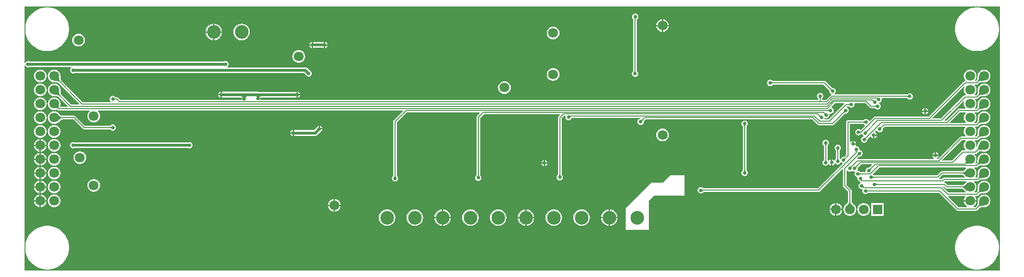
<source format=gbl>
G04*
G04 #@! TF.GenerationSoftware,Altium Limited,Altium Designer,18.0.12 (696)*
G04*
G04 Layer_Physical_Order=2*
G04 Layer_Color=16711680*
%FSLAX25Y25*%
%MOIN*%
G70*
G01*
G75*
%ADD12C,0.00600*%
%ADD13C,0.02000*%
%ADD65C,0.07087*%
%ADD66C,0.09843*%
%ADD67R,0.07087X0.07087*%
%ADD68C,0.02500*%
G36*
X705367Y3294D02*
X3294D01*
Y151002D01*
X3786Y151091D01*
X4283Y150346D01*
X5028Y149849D01*
X5906Y149674D01*
X6783Y149849D01*
X6904Y149929D01*
X36865D01*
X37017Y149429D01*
X36764Y149260D01*
X36266Y148516D01*
X36092Y147638D01*
X36266Y146760D01*
X36764Y146016D01*
X37508Y145518D01*
X38386Y145344D01*
X39264Y145518D01*
X39384Y145599D01*
X204667D01*
X205726Y144539D01*
X205755Y144398D01*
X206252Y143653D01*
X206996Y143156D01*
X207874Y142982D01*
X208752Y143156D01*
X209496Y143653D01*
X209994Y144398D01*
X210168Y145276D01*
X209994Y146153D01*
X209496Y146898D01*
X208752Y147395D01*
X208610Y147423D01*
X206954Y149080D01*
X206292Y149522D01*
X205512Y149677D01*
X149473D01*
X149322Y150177D01*
X149622Y150378D01*
X150119Y151122D01*
X150294Y152000D01*
X150119Y152878D01*
X149622Y153622D01*
X148878Y154120D01*
X148000Y154294D01*
X147122Y154120D01*
X146955Y154008D01*
X6904D01*
X6783Y154088D01*
X5906Y154263D01*
X5028Y154088D01*
X4283Y153591D01*
X3786Y152846D01*
X3294Y152935D01*
Y193556D01*
X705367D01*
Y3294D01*
D02*
G37*
%LPC*%
G36*
X463098Y184241D02*
Y180224D01*
X467115D01*
X467025Y180910D01*
X466567Y182016D01*
X465839Y182965D01*
X464890Y183693D01*
X463785Y184151D01*
X463098Y184241D01*
D02*
G37*
G36*
X462098Y184241D02*
X461412Y184151D01*
X460307Y183693D01*
X459358Y182965D01*
X458630Y182016D01*
X458172Y180910D01*
X458082Y180224D01*
X462098D01*
Y184241D01*
D02*
G37*
G36*
X140106Y181097D02*
Y175697D01*
X145507D01*
X145442Y176358D01*
X145103Y177474D01*
X144553Y178502D01*
X143814Y179404D01*
X142912Y180144D01*
X141883Y180694D01*
X140767Y181032D01*
X140106Y181097D01*
D02*
G37*
G36*
X139106D02*
X138445Y181032D01*
X137329Y180694D01*
X136301Y180144D01*
X135399Y179404D01*
X134659Y178502D01*
X134109Y177474D01*
X133771Y176358D01*
X133706Y175697D01*
X139106D01*
Y181097D01*
D02*
G37*
G36*
X467115Y179224D02*
X463098D01*
Y175208D01*
X463785Y175298D01*
X464890Y175756D01*
X465839Y176484D01*
X466567Y177433D01*
X467025Y178538D01*
X467115Y179224D01*
D02*
G37*
G36*
X462098D02*
X458082D01*
X458172Y178538D01*
X458630Y177433D01*
X459358Y176484D01*
X460307Y175756D01*
X461412Y175298D01*
X462098Y175208D01*
Y179224D01*
D02*
G37*
G36*
X383858Y178992D02*
X382672Y178836D01*
X381567Y178378D01*
X380618Y177650D01*
X379890Y176701D01*
X379432Y175595D01*
X379276Y174409D01*
X379432Y173223D01*
X379890Y172118D01*
X380618Y171169D01*
X381567Y170441D01*
X382672Y169983D01*
X383858Y169827D01*
X385044Y169983D01*
X386150Y170441D01*
X387099Y171169D01*
X387827Y172118D01*
X388285Y173223D01*
X388441Y174409D01*
X388285Y175595D01*
X387827Y176701D01*
X387099Y177650D01*
X386150Y178378D01*
X385044Y178836D01*
X383858Y178992D01*
D02*
G37*
G36*
X145507Y174697D02*
X140106D01*
Y169296D01*
X140767Y169361D01*
X141883Y169700D01*
X142912Y170250D01*
X143814Y170990D01*
X144553Y171891D01*
X145103Y172920D01*
X145442Y174036D01*
X145507Y174697D01*
D02*
G37*
G36*
X139106D02*
X133706D01*
X133771Y174036D01*
X134109Y172920D01*
X134659Y171891D01*
X135399Y170990D01*
X136301Y170250D01*
X137329Y169700D01*
X138445Y169361D01*
X139106Y169296D01*
Y174697D01*
D02*
G37*
G36*
X159606Y181147D02*
X158446Y181032D01*
X157329Y180694D01*
X156301Y180144D01*
X155399Y179404D01*
X154659Y178502D01*
X154109Y177474D01*
X153771Y176358D01*
X153656Y175197D01*
X153771Y174036D01*
X154109Y172920D01*
X154659Y171891D01*
X155399Y170990D01*
X156301Y170250D01*
X157329Y169700D01*
X158446Y169361D01*
X159606Y169247D01*
X160767Y169361D01*
X161883Y169700D01*
X162912Y170250D01*
X163813Y170990D01*
X164553Y171891D01*
X165103Y172920D01*
X165442Y174036D01*
X165556Y175197D01*
X165442Y176358D01*
X165103Y177474D01*
X164553Y178502D01*
X163813Y179404D01*
X162912Y180144D01*
X161883Y180694D01*
X160767Y181032D01*
X159606Y181147D01*
D02*
G37*
G36*
X218791Y167943D02*
X218413Y167868D01*
X218293Y167787D01*
X211628D01*
X211508Y167868D01*
X211130Y167943D01*
Y165748D01*
Y163553D01*
X211508Y163629D01*
X211628Y163709D01*
X218293D01*
X218413Y163629D01*
X218791Y163553D01*
Y165748D01*
Y167943D01*
D02*
G37*
G36*
X219791D02*
Y166248D01*
X221486D01*
X221411Y166626D01*
X220914Y167370D01*
X220169Y167868D01*
X219791Y167943D01*
D02*
G37*
G36*
X210130D02*
X209752Y167868D01*
X209008Y167370D01*
X208510Y166626D01*
X208435Y166248D01*
X210130D01*
Y167943D01*
D02*
G37*
G36*
X42323Y173874D02*
X41137Y173718D01*
X40032Y173260D01*
X39083Y172532D01*
X38354Y171583D01*
X37896Y170477D01*
X37740Y169291D01*
X37896Y168105D01*
X38354Y167000D01*
X39083Y166051D01*
X40032Y165323D01*
X41137Y164865D01*
X42323Y164709D01*
X43509Y164865D01*
X44614Y165323D01*
X45563Y166051D01*
X46291Y167000D01*
X46749Y168105D01*
X46905Y169291D01*
X46749Y170477D01*
X46291Y171583D01*
X45563Y172532D01*
X44614Y173260D01*
X43509Y173718D01*
X42323Y173874D01*
D02*
G37*
G36*
X221486Y165248D02*
X219791D01*
Y163553D01*
X220169Y163629D01*
X220914Y164126D01*
X221411Y164870D01*
X221486Y165248D01*
D02*
G37*
G36*
X210130D02*
X208435D01*
X208510Y164870D01*
X209008Y164126D01*
X209752Y163629D01*
X210130Y163553D01*
Y165248D01*
D02*
G37*
G36*
X690009Y192913D02*
X687944D01*
X685897Y192644D01*
X683904Y192110D01*
X681996Y191320D01*
X680208Y190287D01*
X678571Y189031D01*
X677111Y187571D01*
X675854Y185933D01*
X674822Y184145D01*
X674032Y182238D01*
X673498Y180244D01*
X673228Y178198D01*
Y176133D01*
X673498Y174086D01*
X674032Y172092D01*
X674822Y170185D01*
X675854Y168397D01*
X677111Y166760D01*
X678571Y165300D01*
X680208Y164043D01*
X681996Y163011D01*
X683904Y162221D01*
X685897Y161687D01*
X687944Y161417D01*
X690009D01*
X692055Y161687D01*
X694049Y162221D01*
X695957Y163011D01*
X697744Y164043D01*
X699382Y165300D01*
X700842Y166760D01*
X702099Y168397D01*
X703131Y170185D01*
X703921Y172092D01*
X704455Y174086D01*
X704724Y176133D01*
Y178198D01*
X704455Y180244D01*
X703921Y182238D01*
X703131Y184145D01*
X702099Y185933D01*
X700842Y187571D01*
X699382Y189031D01*
X697744Y190287D01*
X695957Y191320D01*
X694049Y192110D01*
X692055Y192644D01*
X690009Y192913D01*
D02*
G37*
G36*
X20717D02*
X18653D01*
X16606Y192644D01*
X14612Y192110D01*
X12705Y191320D01*
X10917Y190287D01*
X9279Y189031D01*
X7820Y187571D01*
X6563Y185933D01*
X5531Y184145D01*
X4741Y182238D01*
X4206Y180244D01*
X3937Y178198D01*
Y176133D01*
X4206Y174086D01*
X4741Y172092D01*
X5531Y170185D01*
X6563Y168397D01*
X7820Y166760D01*
X9279Y165300D01*
X10917Y164043D01*
X12705Y163011D01*
X14612Y162221D01*
X16606Y161687D01*
X18653Y161417D01*
X20717D01*
X22764Y161687D01*
X24758Y162221D01*
X26665Y163011D01*
X28453Y164043D01*
X30091Y165300D01*
X31550Y166760D01*
X32807Y168397D01*
X33839Y170185D01*
X34629Y172092D01*
X35164Y174086D01*
X35433Y176133D01*
Y178198D01*
X35164Y180244D01*
X34629Y182238D01*
X33839Y184145D01*
X32807Y185933D01*
X31550Y187571D01*
X30091Y189031D01*
X28453Y190287D01*
X26665Y191320D01*
X24758Y192110D01*
X22764Y192644D01*
X20717Y192913D01*
D02*
G37*
G36*
X200787Y162063D02*
X199601Y161907D01*
X198496Y161449D01*
X197547Y160721D01*
X196819Y159772D01*
X196361Y158666D01*
X196205Y157480D01*
X196361Y156294D01*
X196819Y155189D01*
X197547Y154240D01*
X198496Y153512D01*
X199601Y153054D01*
X200787Y152898D01*
X201973Y153054D01*
X203079Y153512D01*
X204028Y154240D01*
X204756Y155189D01*
X205214Y156294D01*
X205370Y157480D01*
X205214Y158666D01*
X204756Y159772D01*
X204028Y160721D01*
X203079Y161449D01*
X201973Y161907D01*
X200787Y162063D01*
D02*
G37*
G36*
X442913Y188514D02*
X442035Y188340D01*
X441291Y187843D01*
X440794Y187098D01*
X440619Y186221D01*
X440794Y185343D01*
X441152Y184807D01*
X441175Y184762D01*
X441216Y184711D01*
X441291Y184598D01*
X441324Y184577D01*
X441348Y184546D01*
X441394Y184480D01*
X441433Y184416D01*
X441462Y184362D01*
X441480Y184320D01*
X441490Y184294D01*
Y147041D01*
X441486Y147033D01*
X441472Y147003D01*
X441447Y146961D01*
X441420Y146921D01*
X441291Y146767D01*
X441193Y146701D01*
X440695Y145957D01*
X440521Y145079D01*
X440695Y144201D01*
X441193Y143457D01*
X441937Y142959D01*
X442815Y142785D01*
X443693Y142959D01*
X444437Y143457D01*
X444934Y144201D01*
X445109Y145079D01*
X444934Y145957D01*
X444437Y146701D01*
X444339Y146767D01*
X444329Y146777D01*
X444267Y146847D01*
X444219Y146909D01*
X444183Y146961D01*
X444158Y147003D01*
X444143Y147033D01*
X444140Y147041D01*
Y184228D01*
X444146Y184239D01*
X444165Y184269D01*
X444196Y184309D01*
X444240Y184359D01*
X444298Y184416D01*
X444390Y184497D01*
X444396Y184505D01*
X444535Y184598D01*
X445033Y185343D01*
X445208Y186221D01*
X445033Y187098D01*
X444535Y187843D01*
X443791Y188340D01*
X442913Y188514D01*
D02*
G37*
G36*
X693976Y148008D02*
X692790Y147852D01*
X691685Y147394D01*
X690736Y146666D01*
X690008Y145717D01*
X689550Y144611D01*
X689468Y143989D01*
X689437Y143892D01*
X689437Y143891D01*
X689437Y143890D01*
X689371Y143286D01*
X689226Y142250D01*
X689064Y141439D01*
X688985Y141143D01*
X688907Y140907D01*
X688839Y140746D01*
X688798Y140672D01*
X688094Y139968D01*
X687630Y140014D01*
X687424Y140455D01*
X687945Y141134D01*
X688403Y142239D01*
X688559Y143425D01*
X688403Y144611D01*
X687945Y145717D01*
X687217Y146666D01*
X686268Y147394D01*
X685162Y147852D01*
X683976Y148008D01*
X682790Y147852D01*
X681685Y147394D01*
X680736Y146666D01*
X680008Y145717D01*
X679550Y144611D01*
X679394Y143425D01*
X679550Y142239D01*
X680008Y141134D01*
X680565Y140408D01*
X680318Y139908D01*
X680315D01*
X679808Y139807D01*
X679378Y139520D01*
X654175Y114318D01*
X615551D01*
X615044Y114217D01*
X614614Y113929D01*
X611653Y110969D01*
X611292Y111078D01*
X611141Y111164D01*
X610677Y111858D01*
X609933Y112356D01*
X609055Y112530D01*
X608177Y112356D01*
X607433Y111858D01*
X607367Y111760D01*
X607357Y111750D01*
X607287Y111688D01*
X607225Y111640D01*
X607173Y111604D01*
X607131Y111579D01*
X607101Y111565D01*
X607093Y111562D01*
X596063D01*
X595556Y111461D01*
X595126Y111173D01*
X595027Y111075D01*
X594740Y110645D01*
X594639Y110138D01*
Y86400D01*
X593345Y85105D01*
X593337Y85102D01*
X593305Y85091D01*
X593258Y85079D01*
X593210Y85070D01*
X593011Y85052D01*
X592895Y85075D01*
X592017Y84900D01*
X591272Y84403D01*
X590835Y83747D01*
X590343Y83681D01*
X590007Y84030D01*
Y89642D01*
X590012Y89653D01*
X590031Y89682D01*
X590062Y89723D01*
X590106Y89772D01*
X590164Y89829D01*
X590256Y89911D01*
X590262Y89919D01*
X590402Y90012D01*
X590899Y90756D01*
X591074Y91634D01*
X590899Y92512D01*
X590402Y93256D01*
X589657Y93753D01*
X588779Y93928D01*
X587902Y93753D01*
X587157Y93256D01*
X586660Y92512D01*
X586485Y91634D01*
X586660Y90756D01*
X587018Y90221D01*
X587041Y90175D01*
X587082Y90124D01*
X587157Y90012D01*
X587190Y89990D01*
X587215Y89959D01*
X587260Y89894D01*
X587299Y89829D01*
X587328Y89775D01*
X587346Y89734D01*
X587356Y89708D01*
Y83951D01*
X587353Y83942D01*
X587338Y83912D01*
X587313Y83870D01*
X587286Y83830D01*
X587157Y83676D01*
X587059Y83610D01*
X586562Y82866D01*
X586520Y82658D01*
X585989Y82552D01*
X585874Y82724D01*
X585130Y83222D01*
X584752Y83297D01*
Y81102D01*
Y78908D01*
X585130Y78983D01*
X585874Y79480D01*
X586371Y80225D01*
X586413Y80433D01*
X586944Y80538D01*
X587059Y80366D01*
X587803Y79869D01*
X588681Y79694D01*
X589559Y79869D01*
X590303Y80366D01*
X590752Y81037D01*
X591119Y81123D01*
X591314Y81130D01*
X591922Y80724D01*
X592082Y80177D01*
X574353Y62448D01*
X492084D01*
X492058Y62457D01*
X492016Y62475D01*
X491962Y62504D01*
X491909Y62537D01*
X491799Y62616D01*
X491780Y62646D01*
X491658Y62727D01*
X491633Y62748D01*
X491598Y62767D01*
X491035Y63143D01*
X490158Y63318D01*
X489280Y63143D01*
X488535Y62646D01*
X488038Y61901D01*
X487863Y61024D01*
X488038Y60146D01*
X488535Y59402D01*
X489280Y58904D01*
X490158Y58729D01*
X491035Y58904D01*
X491780Y59402D01*
X491873Y59541D01*
X491881Y59547D01*
X491962Y59639D01*
X492019Y59697D01*
X492069Y59741D01*
X492109Y59772D01*
X492139Y59791D01*
X492150Y59797D01*
X574902D01*
X575409Y59898D01*
X575839Y60185D01*
X591913Y76259D01*
X592375Y76068D01*
Y64370D01*
X592476Y63863D01*
X592764Y63433D01*
X596037Y60160D01*
Y52897D01*
X596035Y52884D01*
X596011Y52799D01*
X595948Y52650D01*
X595838Y52450D01*
X595679Y52207D01*
X595484Y51943D01*
X594552Y50889D01*
X594241Y50576D01*
X594122Y50484D01*
X593394Y49535D01*
X592936Y48430D01*
X592780Y47244D01*
X592936Y46058D01*
X593394Y44953D01*
X594122Y44004D01*
X595071Y43275D01*
X596176Y42818D01*
X597362Y42662D01*
X598548Y42818D01*
X599653Y43275D01*
X600602Y44004D01*
X601331Y44953D01*
X601789Y46058D01*
X601945Y47244D01*
X601789Y48430D01*
X601331Y49535D01*
X600602Y50484D01*
X600492Y50569D01*
X599812Y51270D01*
X599246Y51935D01*
X599045Y52207D01*
X598886Y52450D01*
X598776Y52650D01*
X598713Y52799D01*
X598689Y52884D01*
X598688Y52897D01*
Y60709D01*
X598587Y61216D01*
X598299Y61646D01*
X595026Y64919D01*
Y75141D01*
X595526Y75293D01*
X595622Y75150D01*
X596366Y74652D01*
X597244Y74478D01*
X598122Y74652D01*
X598657Y75010D01*
X599016Y75108D01*
X599374Y75010D01*
X599909Y74652D01*
X600787Y74478D01*
X600963Y74513D01*
X601264Y74063D01*
X601030Y73713D01*
X600855Y72835D01*
X601030Y71957D01*
X601528Y71213D01*
X602272Y70715D01*
X602512Y70667D01*
X602902Y70082D01*
X602823Y69685D01*
X602997Y68807D01*
X603495Y68063D01*
X603741Y67898D01*
X603780Y67853D01*
X603805Y67840D01*
X603824Y67820D01*
X603866Y67790D01*
X604616Y67131D01*
X604968Y66779D01*
X604983Y66656D01*
X604912Y66215D01*
X604283Y65795D01*
X603786Y65051D01*
X603611Y64173D01*
X603786Y63295D01*
X604283Y62551D01*
X605028Y62054D01*
X605905Y61879D01*
X606232Y61944D01*
X606531Y61546D01*
X606542Y61508D01*
X606367Y60630D01*
X606542Y59752D01*
X607039Y59008D01*
X607784Y58511D01*
X608661Y58336D01*
X609539Y58511D01*
X610284Y59008D01*
X610349Y59106D01*
X610359Y59116D01*
X610429Y59178D01*
X610491Y59226D01*
X610544Y59262D01*
X610585Y59287D01*
X610615Y59301D01*
X610624Y59304D01*
X661656D01*
X674260Y46701D01*
X674690Y46413D01*
X675197Y46312D01*
X688189D01*
X688696Y46413D01*
X689126Y46701D01*
X690916Y48491D01*
X690927Y48499D01*
X691004Y48542D01*
X691153Y48602D01*
X691373Y48666D01*
X691657Y48726D01*
X691982Y48775D01*
X693386Y48861D01*
X693828Y48862D01*
X693976Y48843D01*
X695162Y48999D01*
X696268Y49457D01*
X697217Y50185D01*
X697945Y51134D01*
X698403Y52239D01*
X698559Y53425D01*
X698403Y54611D01*
X697945Y55716D01*
X697217Y56665D01*
X696268Y57394D01*
X695162Y57852D01*
X693976Y58008D01*
X692790Y57852D01*
X691685Y57394D01*
X690736Y56665D01*
X690008Y55716D01*
X689550Y54611D01*
X689394Y53425D01*
X689412Y53288D01*
X689397Y52311D01*
X689327Y51440D01*
X689277Y51106D01*
X689218Y50822D01*
X689153Y50602D01*
X689093Y50452D01*
X689050Y50376D01*
X689042Y50365D01*
X687640Y48963D01*
X686383D01*
X686273Y49435D01*
X686276Y49463D01*
X687217Y50185D01*
X687945Y51134D01*
X688403Y52239D01*
X688493Y52925D01*
X683976D01*
X679460D01*
X679550Y52239D01*
X680008Y51134D01*
X680736Y50185D01*
X681676Y49463D01*
X681680Y49435D01*
X681570Y48963D01*
X675746D01*
X668229Y56480D01*
X668420Y56942D01*
X680318D01*
X680565Y56442D01*
X680008Y55716D01*
X679550Y54611D01*
X679460Y53925D01*
X683976D01*
X688493D01*
X688403Y54611D01*
X687945Y55716D01*
X687388Y56442D01*
X687635Y56942D01*
X688819D01*
X689326Y57043D01*
X689756Y57331D01*
X690916Y58491D01*
X690927Y58499D01*
X691004Y58542D01*
X691153Y58602D01*
X691373Y58666D01*
X691657Y58726D01*
X691982Y58775D01*
X693386Y58861D01*
X693828Y58862D01*
X693976Y58843D01*
X695162Y58999D01*
X696268Y59457D01*
X697217Y60185D01*
X697945Y61134D01*
X698403Y62239D01*
X698559Y63425D01*
X698403Y64611D01*
X697945Y65716D01*
X697217Y66666D01*
X696268Y67394D01*
X695162Y67852D01*
X693976Y68008D01*
X692790Y67852D01*
X691685Y67394D01*
X690736Y66666D01*
X690008Y65716D01*
X689550Y64611D01*
X689394Y63425D01*
X689412Y63288D01*
X689397Y62311D01*
X689327Y61440D01*
X689277Y61106D01*
X689218Y60822D01*
X689153Y60602D01*
X689093Y60452D01*
X689050Y60376D01*
X689042Y60365D01*
X688270Y59593D01*
X687223D01*
X687063Y60067D01*
X687217Y60185D01*
X687945Y61134D01*
X688403Y62239D01*
X688559Y63425D01*
X688403Y64611D01*
X687945Y65716D01*
X687217Y66666D01*
X686577Y67156D01*
X686747Y67656D01*
X689533D01*
X690040Y67757D01*
X690470Y68045D01*
X690916Y68491D01*
X690927Y68499D01*
X691004Y68542D01*
X691153Y68602D01*
X691373Y68666D01*
X691657Y68726D01*
X691982Y68775D01*
X693386Y68861D01*
X693828Y68862D01*
X693976Y68843D01*
X695162Y68999D01*
X696268Y69457D01*
X697217Y70185D01*
X697945Y71134D01*
X698403Y72239D01*
X698559Y73425D01*
X698403Y74611D01*
X697945Y75716D01*
X697217Y76666D01*
X696268Y77394D01*
X695162Y77852D01*
X693976Y78008D01*
X692790Y77852D01*
X691685Y77394D01*
X690736Y76666D01*
X690008Y75716D01*
X689550Y74611D01*
X689394Y73425D01*
X689412Y73287D01*
X689397Y72311D01*
X689327Y71440D01*
X689277Y71106D01*
X689218Y70822D01*
X689153Y70602D01*
X689093Y70452D01*
X689050Y70376D01*
X689042Y70365D01*
X688984Y70307D01*
X687876D01*
X687655Y70756D01*
X687945Y71134D01*
X688403Y72239D01*
X688559Y73425D01*
X688403Y74611D01*
X687945Y75716D01*
X687217Y76666D01*
X686907Y76903D01*
X687067Y77377D01*
X688545D01*
X689052Y77478D01*
X689482Y77765D01*
X690560Y78843D01*
X690583Y78862D01*
X690656Y78902D01*
X690787Y78951D01*
X690979Y78998D01*
X691231Y79033D01*
X691540Y79053D01*
X691891Y79052D01*
X692789Y78983D01*
X693302Y78912D01*
X693401Y78918D01*
X693976Y78843D01*
X695162Y78999D01*
X696268Y79457D01*
X697217Y80185D01*
X697945Y81134D01*
X698403Y82239D01*
X698559Y83425D01*
X698403Y84611D01*
X697945Y85716D01*
X697217Y86665D01*
X696268Y87394D01*
X695162Y87852D01*
X693976Y88008D01*
X692790Y87852D01*
X691685Y87394D01*
X690736Y86665D01*
X690008Y85716D01*
X689550Y84611D01*
X689487Y84132D01*
X689457Y84051D01*
X689189Y82357D01*
X689008Y81539D01*
X688922Y81237D01*
X688840Y80996D01*
X688770Y80832D01*
X688731Y80763D01*
X688177Y80209D01*
X687893Y80245D01*
X687671Y80777D01*
X687945Y81134D01*
X688403Y82239D01*
X688559Y83425D01*
X688403Y84611D01*
X687945Y85716D01*
X687217Y86665D01*
X687063Y86784D01*
X687223Y87257D01*
X687795D01*
X688303Y87358D01*
X688732Y87645D01*
X690285Y89198D01*
X690314Y89222D01*
X690380Y89258D01*
X690490Y89297D01*
X690654Y89329D01*
X690872Y89347D01*
X691145Y89343D01*
X691454Y89314D01*
X692268Y89159D01*
X692648Y89058D01*
X692790Y88999D01*
X693976Y88843D01*
X695162Y88999D01*
X696268Y89457D01*
X697217Y90185D01*
X697945Y91134D01*
X698403Y92239D01*
X698559Y93425D01*
X698403Y94611D01*
X697945Y95716D01*
X697217Y96666D01*
X696268Y97394D01*
X695162Y97852D01*
X693976Y98008D01*
X692790Y97852D01*
X691685Y97394D01*
X690736Y96666D01*
X690008Y95716D01*
X689550Y94611D01*
X689531Y94469D01*
X689222Y93344D01*
X688925Y92373D01*
X688434Y92479D01*
X688559Y93425D01*
X688403Y94611D01*
X687945Y95716D01*
X687267Y96600D01*
X687389Y97100D01*
X688976D01*
X689484Y97201D01*
X689914Y97488D01*
X690916Y98491D01*
X690927Y98499D01*
X691004Y98542D01*
X691153Y98602D01*
X691373Y98666D01*
X691657Y98726D01*
X691982Y98775D01*
X693386Y98861D01*
X693828Y98862D01*
X693976Y98843D01*
X695162Y98999D01*
X696268Y99457D01*
X697217Y100185D01*
X697945Y101134D01*
X698403Y102239D01*
X698559Y103425D01*
X698403Y104611D01*
X697945Y105717D01*
X697217Y106666D01*
X696268Y107394D01*
X695162Y107852D01*
X693976Y108008D01*
X692790Y107852D01*
X691685Y107394D01*
X690736Y106666D01*
X690008Y105717D01*
X689550Y104611D01*
X689394Y103425D01*
X689412Y103287D01*
X689397Y102311D01*
X689327Y101440D01*
X689277Y101106D01*
X689218Y100822D01*
X689153Y100602D01*
X689093Y100452D01*
X689050Y100376D01*
X689042Y100365D01*
X688427Y99751D01*
X687389D01*
X687267Y100251D01*
X687945Y101134D01*
X688403Y102239D01*
X688559Y103425D01*
X688403Y104611D01*
X687945Y105717D01*
X687388Y106442D01*
X687635Y106942D01*
X688819D01*
X689326Y107043D01*
X689756Y107331D01*
X690916Y108491D01*
X690927Y108499D01*
X691004Y108542D01*
X691153Y108602D01*
X691373Y108666D01*
X691657Y108726D01*
X691982Y108775D01*
X693386Y108861D01*
X693828Y108862D01*
X693976Y108843D01*
X695162Y108999D01*
X696268Y109457D01*
X697217Y110185D01*
X697945Y111134D01*
X698403Y112239D01*
X698559Y113425D01*
X698403Y114611D01*
X697945Y115717D01*
X697217Y116665D01*
X696268Y117394D01*
X695162Y117852D01*
X693976Y118008D01*
X692790Y117852D01*
X691685Y117394D01*
X690736Y116665D01*
X690008Y115717D01*
X689550Y114611D01*
X689394Y113425D01*
X689412Y113287D01*
X689397Y112311D01*
X689327Y111440D01*
X689277Y111106D01*
X689218Y110822D01*
X689153Y110602D01*
X689093Y110452D01*
X689050Y110376D01*
X689042Y110365D01*
X688270Y109593D01*
X687223D01*
X687063Y110067D01*
X687217Y110185D01*
X687945Y111134D01*
X688403Y112239D01*
X688559Y113425D01*
X688403Y114611D01*
X687945Y115717D01*
X687217Y116665D01*
X687165Y116705D01*
X687326Y117178D01*
X689055D01*
X689562Y117279D01*
X689992Y117567D01*
X690916Y118491D01*
X690927Y118499D01*
X691004Y118542D01*
X691153Y118602D01*
X691373Y118666D01*
X691657Y118726D01*
X691982Y118775D01*
X693386Y118861D01*
X693828Y118862D01*
X693976Y118843D01*
X695162Y118999D01*
X696268Y119457D01*
X697217Y120185D01*
X697945Y121134D01*
X698403Y122239D01*
X698559Y123425D01*
X698403Y124611D01*
X697945Y125716D01*
X697217Y126665D01*
X696268Y127394D01*
X695162Y127852D01*
X693976Y128008D01*
X692790Y127852D01*
X691685Y127394D01*
X690736Y126665D01*
X690008Y125716D01*
X689550Y124611D01*
X689394Y123425D01*
X689412Y123287D01*
X689397Y122311D01*
X689327Y121440D01*
X689277Y121106D01*
X689218Y120822D01*
X689153Y120602D01*
X689093Y120452D01*
X689050Y120376D01*
X689042Y120365D01*
X688506Y119829D01*
X687525D01*
X687328Y120329D01*
X687945Y121134D01*
X688403Y122239D01*
X688559Y123425D01*
X688403Y124611D01*
X687945Y125716D01*
X687328Y126521D01*
X687525Y127021D01*
X688898D01*
X689405Y127122D01*
X689835Y127409D01*
X690916Y128491D01*
X690927Y128499D01*
X691004Y128542D01*
X691153Y128602D01*
X691373Y128666D01*
X691657Y128726D01*
X691982Y128775D01*
X693386Y128861D01*
X693828Y128862D01*
X693976Y128843D01*
X695162Y128999D01*
X696268Y129457D01*
X697217Y130185D01*
X697945Y131134D01*
X698403Y132239D01*
X698559Y133425D01*
X698403Y134611D01*
X697945Y135716D01*
X697217Y136665D01*
X696268Y137394D01*
X695162Y137852D01*
X693976Y138008D01*
X692790Y137852D01*
X691685Y137394D01*
X690736Y136665D01*
X690008Y135716D01*
X689550Y134611D01*
X689394Y133425D01*
X689412Y133288D01*
X689397Y132311D01*
X689327Y131440D01*
X689277Y131106D01*
X689218Y130822D01*
X689153Y130602D01*
X689093Y130452D01*
X689050Y130376D01*
X689042Y130365D01*
X688349Y129672D01*
X687326D01*
X687165Y130145D01*
X687217Y130185D01*
X687945Y131134D01*
X688403Y132239D01*
X688559Y133425D01*
X688403Y134611D01*
X687945Y135716D01*
X687217Y136665D01*
X687063Y136784D01*
X687223Y137257D01*
X688583D01*
X689090Y137358D01*
X689520Y137645D01*
X690635Y138760D01*
X690656Y138777D01*
X690730Y138819D01*
X690865Y138870D01*
X691064Y138920D01*
X691324Y138961D01*
X691641Y138987D01*
X692002Y138995D01*
X692919Y138949D01*
X693445Y138893D01*
X693531Y138901D01*
X693976Y138843D01*
X695162Y138999D01*
X696268Y139457D01*
X697217Y140185D01*
X697945Y141134D01*
X698403Y142239D01*
X698559Y143425D01*
X698403Y144611D01*
X697945Y145717D01*
X697217Y146666D01*
X696268Y147394D01*
X695162Y147852D01*
X693976Y148008D01*
D02*
G37*
G36*
X383858Y149071D02*
X382672Y148915D01*
X381567Y148457D01*
X380618Y147729D01*
X379890Y146779D01*
X379432Y145674D01*
X379276Y144488D01*
X379432Y143302D01*
X379890Y142197D01*
X380618Y141248D01*
X381567Y140520D01*
X382672Y140062D01*
X383858Y139906D01*
X385044Y140062D01*
X386150Y140520D01*
X387099Y141248D01*
X387827Y142197D01*
X388285Y143302D01*
X388441Y144488D01*
X388285Y145674D01*
X387827Y146779D01*
X387099Y147729D01*
X386150Y148457D01*
X385044Y148915D01*
X383858Y149071D01*
D02*
G37*
G36*
X14685Y148008D02*
X13499Y147852D01*
X12394Y147394D01*
X11445Y146666D01*
X10717Y145717D01*
X10259Y144611D01*
X10103Y143425D01*
X10259Y142239D01*
X10717Y141134D01*
X11445Y140185D01*
X12394Y139457D01*
X13499Y138999D01*
X14685Y138843D01*
X15871Y138999D01*
X16976Y139457D01*
X17925Y140185D01*
X18654Y141134D01*
X19111Y142239D01*
X19267Y143425D01*
X19111Y144611D01*
X18654Y145717D01*
X17925Y146666D01*
X16976Y147394D01*
X15871Y147852D01*
X14685Y148008D01*
D02*
G37*
G36*
X144500Y132195D02*
X144122Y132120D01*
X143378Y131622D01*
X142880Y130878D01*
X142805Y130500D01*
X144500D01*
Y132195D01*
D02*
G37*
G36*
X348819Y139622D02*
X347633Y139466D01*
X346528Y139008D01*
X345579Y138280D01*
X344850Y137331D01*
X344392Y136225D01*
X344236Y135039D01*
X344392Y133853D01*
X344850Y132748D01*
X345579Y131799D01*
X346528Y131071D01*
X347633Y130613D01*
X348819Y130457D01*
X350005Y130613D01*
X351110Y131071D01*
X352059Y131799D01*
X352787Y132748D01*
X353245Y133853D01*
X353401Y135039D01*
X353245Y136225D01*
X352787Y137331D01*
X352059Y138280D01*
X351110Y139008D01*
X350005Y139466D01*
X348819Y139622D01*
D02*
G37*
G36*
X200106Y132116D02*
Y130421D01*
X201801D01*
X201726Y130799D01*
X201228Y131543D01*
X200484Y132041D01*
X200106Y132116D01*
D02*
G37*
G36*
X14685Y138008D02*
X13499Y137852D01*
X12394Y137394D01*
X11445Y136665D01*
X10717Y135716D01*
X10259Y134611D01*
X10103Y133425D01*
X10259Y132239D01*
X10717Y131134D01*
X11445Y130185D01*
X12394Y129457D01*
X13499Y128999D01*
X14685Y128843D01*
X15871Y128999D01*
X16976Y129457D01*
X17925Y130185D01*
X18654Y131134D01*
X19111Y132239D01*
X19267Y133425D01*
X19111Y134611D01*
X18654Y135716D01*
X17925Y136665D01*
X16976Y137394D01*
X15871Y137852D01*
X14685Y138008D01*
D02*
G37*
G36*
X144500Y129500D02*
X142805D01*
X142880Y129122D01*
X143378Y128378D01*
X144122Y127881D01*
X144500Y127805D01*
Y129500D01*
D02*
G37*
G36*
X201801Y129421D02*
X200106D01*
Y127727D01*
X200484Y127802D01*
X201228Y128299D01*
X201726Y129043D01*
X201801Y129421D01*
D02*
G37*
G36*
X24685Y148008D02*
X23499Y147852D01*
X22394Y147394D01*
X21445Y146666D01*
X20717Y145717D01*
X20259Y144611D01*
X20102Y143425D01*
X20259Y142239D01*
X20717Y141134D01*
X21445Y140185D01*
X22394Y139457D01*
X23499Y138999D01*
X24685Y138843D01*
X24823Y138861D01*
X25799Y138846D01*
X26670Y138776D01*
X27004Y138726D01*
X27288Y138666D01*
X27508Y138602D01*
X27658Y138542D01*
X27735Y138499D01*
X27745Y138491D01*
X42795Y123441D01*
X42603Y122979D01*
X37006D01*
X29620Y130365D01*
X29611Y130376D01*
X29568Y130452D01*
X29508Y130602D01*
X29444Y130822D01*
X29384Y131106D01*
X29335Y131431D01*
X29249Y132835D01*
X29248Y133277D01*
X29267Y133425D01*
X29111Y134611D01*
X28654Y135716D01*
X27925Y136665D01*
X26976Y137394D01*
X25871Y137852D01*
X24685Y138008D01*
X23499Y137852D01*
X22394Y137394D01*
X21445Y136665D01*
X20717Y135716D01*
X20259Y134611D01*
X20102Y133425D01*
X20259Y132239D01*
X20717Y131134D01*
X21445Y130185D01*
X22394Y129457D01*
X23499Y128999D01*
X24685Y128843D01*
X24823Y128861D01*
X25799Y128846D01*
X26670Y128776D01*
X27004Y128726D01*
X27288Y128666D01*
X27508Y128602D01*
X27658Y128542D01*
X27735Y128499D01*
X27745Y128491D01*
X34566Y121669D01*
X34375Y121207D01*
X29385D01*
X29229Y121322D01*
X28970Y121707D01*
X28971Y121711D01*
X29009Y121923D01*
X29055Y122103D01*
X29111Y122239D01*
X29267Y123425D01*
X29111Y124611D01*
X28654Y125716D01*
X27925Y126665D01*
X26976Y127394D01*
X25871Y127852D01*
X24685Y128008D01*
X23499Y127852D01*
X22394Y127394D01*
X21445Y126665D01*
X20717Y125716D01*
X20259Y124611D01*
X20102Y123425D01*
X20259Y122239D01*
X20717Y121134D01*
X21445Y120185D01*
X22394Y119457D01*
X23499Y118999D01*
X24685Y118843D01*
X25871Y118999D01*
X26007Y119055D01*
X26187Y119101D01*
X26399Y119140D01*
X26585Y119158D01*
X26744Y119159D01*
X26877Y119147D01*
X26987Y119124D01*
X27077Y119093D01*
X27155Y119055D01*
X27225Y119008D01*
X27248Y118987D01*
X27291Y118945D01*
X27315Y118929D01*
X27342Y118904D01*
X27408Y118866D01*
X27721Y118657D01*
X28228Y118556D01*
X50143D01*
X50313Y118056D01*
X49988Y117807D01*
X49260Y116858D01*
X48802Y115753D01*
X48646Y114567D01*
X48802Y113381D01*
X49260Y112276D01*
X49988Y111327D01*
X50937Y110598D01*
X52042Y110141D01*
X53228Y109984D01*
X54414Y110141D01*
X55520Y110598D01*
X56469Y111327D01*
X57197Y112276D01*
X57655Y113381D01*
X57811Y114567D01*
X57655Y115753D01*
X57197Y116858D01*
X56469Y117807D01*
X56144Y118056D01*
X56314Y118556D01*
X275477D01*
X275669Y118095D01*
X269142Y111567D01*
X268854Y111137D01*
X268753Y110630D01*
Y71647D01*
X268750Y71639D01*
X268736Y71609D01*
X268711Y71567D01*
X268683Y71527D01*
X268555Y71373D01*
X268457Y71307D01*
X267959Y70563D01*
X267785Y69685D01*
X267959Y68807D01*
X268457Y68063D01*
X269201Y67566D01*
X270079Y67391D01*
X270957Y67566D01*
X271701Y68063D01*
X272198Y68807D01*
X272373Y69685D01*
X272198Y70563D01*
X271701Y71307D01*
X271602Y71373D01*
X271593Y71383D01*
X271531Y71453D01*
X271482Y71515D01*
X271446Y71567D01*
X271422Y71609D01*
X271407Y71639D01*
X271404Y71647D01*
Y110081D01*
X278502Y117178D01*
X330811D01*
X331003Y116717D01*
X328984Y114698D01*
X328697Y114268D01*
X328596Y113761D01*
Y72041D01*
X328593Y72033D01*
X328578Y72003D01*
X328554Y71961D01*
X328526Y71921D01*
X328397Y71767D01*
X328299Y71701D01*
X327802Y70957D01*
X327627Y70079D01*
X327802Y69201D01*
X328299Y68457D01*
X329043Y67959D01*
X329921Y67785D01*
X330799Y67959D01*
X331543Y68457D01*
X332041Y69201D01*
X332215Y70079D01*
X332041Y70957D01*
X331543Y71701D01*
X331445Y71767D01*
X331435Y71777D01*
X331374Y71847D01*
X331325Y71909D01*
X331289Y71961D01*
X331264Y72003D01*
X331250Y72033D01*
X331247Y72041D01*
Y113212D01*
X334014Y115979D01*
X388648D01*
X388839Y115516D01*
X387645Y114323D01*
X387358Y113893D01*
X387257Y113386D01*
Y72435D01*
X387254Y72427D01*
X387239Y72396D01*
X387215Y72355D01*
X387187Y72315D01*
X387059Y72160D01*
X386961Y72095D01*
X386463Y71350D01*
X386289Y70472D01*
X386463Y69595D01*
X386961Y68850D01*
X387705Y68353D01*
X388583Y68178D01*
X389461Y68353D01*
X390205Y68850D01*
X390702Y69595D01*
X390877Y70472D01*
X390702Y71350D01*
X390205Y72095D01*
X390106Y72160D01*
X390097Y72170D01*
X390035Y72240D01*
X389986Y72302D01*
X389950Y72355D01*
X389926Y72396D01*
X389911Y72426D01*
X389908Y72435D01*
Y112837D01*
X391850Y114778D01*
X392386D01*
X392786Y114278D01*
X392686Y113779D01*
X392861Y112902D01*
X393358Y112157D01*
X394102Y111660D01*
X394980Y111485D01*
X395858Y111660D01*
X396603Y112157D01*
X397100Y112902D01*
X397187Y113340D01*
X446812D01*
X447066Y112840D01*
X446986Y112731D01*
X446950Y112707D01*
X446850Y112727D01*
X445972Y112552D01*
X445228Y112055D01*
X444731Y111311D01*
X444556Y110433D01*
X444731Y109555D01*
X445228Y108811D01*
X445972Y108314D01*
X446850Y108139D01*
X447728Y108314D01*
X448472Y108811D01*
X448970Y109555D01*
X449145Y110433D01*
X449121Y110549D01*
X449122Y110563D01*
X449127Y110656D01*
X449137Y110734D01*
X449149Y110797D01*
X449161Y110844D01*
X449172Y110875D01*
X449175Y110883D01*
X450432Y112140D01*
X570336D01*
X574063Y108413D01*
X574493Y108126D01*
X575000Y108025D01*
X585138D01*
X585645Y108126D01*
X586075Y108413D01*
X593939Y116278D01*
X593947Y116281D01*
X593979Y116292D01*
X594026Y116304D01*
X594074Y116313D01*
X594274Y116331D01*
X594390Y116308D01*
X595268Y116483D01*
X596012Y116980D01*
X596509Y117725D01*
X596684Y118602D01*
X596509Y119480D01*
X596012Y120224D01*
X595268Y120722D01*
X595185Y120738D01*
X595040Y121217D01*
X595431Y121608D01*
X596561D01*
X596569Y121605D01*
X596600Y121590D01*
X596641Y121565D01*
X596681Y121538D01*
X596836Y121409D01*
X596902Y121311D01*
X597646Y120814D01*
X598524Y120639D01*
X599402Y120814D01*
X600146Y121311D01*
X600643Y122055D01*
X600818Y122933D01*
X600742Y123315D01*
X601152Y123815D01*
X608563D01*
X611661Y120716D01*
X612091Y120429D01*
X612598Y120328D01*
X615361D01*
X615369Y120325D01*
X615399Y120310D01*
X615441Y120286D01*
X615481Y120258D01*
X615635Y120130D01*
X615701Y120031D01*
X616445Y119534D01*
X617323Y119360D01*
X618201Y119534D01*
X618945Y120031D01*
X619442Y120776D01*
X619617Y121653D01*
X619442Y122531D01*
X618945Y123276D01*
X618409Y123634D01*
X618515Y124164D01*
X618988Y124258D01*
X619732Y124756D01*
X620230Y125500D01*
X620404Y126378D01*
X620298Y126915D01*
X620679Y127415D01*
X638589D01*
X638597Y127412D01*
X638627Y127397D01*
X638669Y127372D01*
X638709Y127345D01*
X638863Y127216D01*
X638929Y127118D01*
X639673Y126621D01*
X640551Y126446D01*
X641429Y126621D01*
X642173Y127118D01*
X642671Y127862D01*
X642845Y128740D01*
X642671Y129618D01*
X642173Y130362D01*
X641429Y130860D01*
X640551Y131034D01*
X639673Y130860D01*
X638929Y130362D01*
X638863Y130264D01*
X638853Y130254D01*
X638783Y130192D01*
X638721Y130144D01*
X638669Y130108D01*
X638627Y130083D01*
X638597Y130069D01*
X638589Y130066D01*
X586277D01*
X586125Y130566D01*
X586622Y130897D01*
X587119Y131642D01*
X587294Y132520D01*
X587119Y133398D01*
X586622Y134142D01*
X585878Y134639D01*
X585000Y134814D01*
X584884Y134791D01*
X584870Y134791D01*
X584777Y134797D01*
X584699Y134806D01*
X584636Y134818D01*
X584589Y134830D01*
X584558Y134841D01*
X584550Y134845D01*
X579973Y139421D01*
X579543Y139709D01*
X579035Y139810D01*
X542021D01*
X542013Y139813D01*
X541983Y139828D01*
X541941Y139852D01*
X541901Y139880D01*
X541747Y140008D01*
X541681Y140106D01*
X540937Y140604D01*
X540059Y140778D01*
X539181Y140604D01*
X538437Y140106D01*
X537940Y139362D01*
X537765Y138484D01*
X537940Y137606D01*
X538437Y136862D01*
X539181Y136365D01*
X540059Y136190D01*
X540937Y136365D01*
X541681Y136862D01*
X541747Y136961D01*
X541757Y136970D01*
X541827Y137032D01*
X541889Y137081D01*
X541941Y137117D01*
X541983Y137141D01*
X542013Y137156D01*
X542021Y137159D01*
X578486D01*
X582675Y132970D01*
X582679Y132962D01*
X582690Y132930D01*
X582702Y132883D01*
X582711Y132835D01*
X582729Y132636D01*
X582706Y132520D01*
X582881Y131642D01*
X583378Y130897D01*
X584082Y130427D01*
X584114Y130322D01*
X584120Y130270D01*
X584114Y129892D01*
X583792Y129677D01*
X580243Y126129D01*
X577325D01*
Y127038D01*
X577329Y127046D01*
X577343Y127076D01*
X577368Y127118D01*
X577395Y127158D01*
X577524Y127312D01*
X577622Y127378D01*
X578119Y128122D01*
X578294Y129000D01*
X578119Y129878D01*
X577622Y130622D01*
X576878Y131120D01*
X576000Y131294D01*
X575122Y131120D01*
X574378Y130622D01*
X573881Y129878D01*
X573706Y129000D01*
X573881Y128122D01*
X574378Y127378D01*
X574476Y127312D01*
X574486Y127302D01*
X574548Y127232D01*
X574596Y127170D01*
X574632Y127118D01*
X574657Y127076D01*
X574671Y127046D01*
X574675Y127038D01*
Y126129D01*
X173829D01*
X173447Y126629D01*
X173454Y126665D01*
X171260D01*
Y127665D01*
X172078D01*
X171260Y129921D01*
X174260Y128921D01*
X173880Y128904D01*
X173540Y128851D01*
X173240Y128763D01*
X172980Y128640D01*
X172760Y128482D01*
X172580Y128289D01*
X172440Y128061D01*
X172340Y127797D01*
X172313Y127665D01*
X173704D01*
X173895Y127874D01*
X173945Y127882D01*
X198608D01*
X198728Y127802D01*
X199106Y127727D01*
Y129921D01*
Y132116D01*
X198728Y132041D01*
X198608Y131960D01*
X171577D01*
X171181Y132039D01*
X145998D01*
X145878Y132120D01*
X145500Y132195D01*
Y130000D01*
Y127805D01*
X145878Y127881D01*
X145998Y127961D01*
X158788D01*
X158951Y127932D01*
X159334Y127642D01*
X159305Y127500D01*
X160459D01*
X160420Y127720D01*
X160320Y128020D01*
X160180Y128280D01*
X160000Y128500D01*
X159780Y128680D01*
X159520Y128820D01*
X159220Y128920D01*
X158880Y128980D01*
X158500Y129000D01*
X161500Y131000D01*
X164500Y129000D01*
X164120Y128980D01*
X163780Y128920D01*
X163480Y128820D01*
X163220Y128680D01*
X163000Y128500D01*
X162820Y128280D01*
X162680Y128020D01*
X162580Y127720D01*
X162520Y127380D01*
X162500Y127000D01*
X161500D01*
Y126500D01*
X159290D01*
X158985Y126129D01*
X72246D01*
X70666Y127709D01*
X70236Y127996D01*
X69728Y128097D01*
X68891D01*
X68883Y128100D01*
X68853Y128115D01*
X68811Y128139D01*
X68771Y128167D01*
X68617Y128295D01*
X68551Y128394D01*
X67807Y128891D01*
X66929Y129066D01*
X66051Y128891D01*
X65307Y128394D01*
X64810Y127650D01*
X64635Y126772D01*
X64810Y125894D01*
X65307Y125150D01*
X65450Y125054D01*
X65298Y124554D01*
X45431D01*
X29620Y140365D01*
X29611Y140375D01*
X29568Y140452D01*
X29508Y140602D01*
X29444Y140822D01*
X29384Y141106D01*
X29335Y141431D01*
X29249Y142835D01*
X29248Y143277D01*
X29267Y143425D01*
X29111Y144611D01*
X28654Y145717D01*
X27925Y146666D01*
X26976Y147394D01*
X25871Y147852D01*
X24685Y148008D01*
D02*
G37*
G36*
X14685Y128008D02*
X13499Y127852D01*
X12394Y127394D01*
X11445Y126665D01*
X10717Y125716D01*
X10259Y124611D01*
X10103Y123425D01*
X10259Y122239D01*
X10717Y121134D01*
X11445Y120185D01*
X12394Y119457D01*
X13499Y118999D01*
X14685Y118843D01*
X15871Y118999D01*
X16976Y119457D01*
X17925Y120185D01*
X18654Y121134D01*
X19111Y122239D01*
X19267Y123425D01*
X19111Y124611D01*
X18654Y125716D01*
X17925Y126665D01*
X16976Y127394D01*
X15871Y127852D01*
X14685Y128008D01*
D02*
G37*
G36*
X652075Y120305D02*
Y118610D01*
X653769D01*
X653694Y118988D01*
X653197Y119732D01*
X652453Y120230D01*
X652075Y120305D01*
D02*
G37*
G36*
X651075D02*
X650697Y120230D01*
X649953Y119732D01*
X649455Y118988D01*
X649380Y118610D01*
X651075D01*
Y120305D01*
D02*
G37*
G36*
X653769Y117610D02*
X652075D01*
Y115916D01*
X652453Y115991D01*
X653197Y116488D01*
X653694Y117232D01*
X653769Y117610D01*
D02*
G37*
G36*
X651075D02*
X649380D01*
X649455Y117232D01*
X649953Y116488D01*
X650697Y115991D01*
X651075Y115916D01*
Y117610D01*
D02*
G37*
G36*
X14685Y118008D02*
X13499Y117852D01*
X12394Y117394D01*
X11445Y116665D01*
X10717Y115717D01*
X10259Y114611D01*
X10103Y113425D01*
X10259Y112239D01*
X10717Y111134D01*
X11445Y110185D01*
X12394Y109457D01*
X13499Y108999D01*
X14685Y108843D01*
X15871Y108999D01*
X16976Y109457D01*
X17925Y110185D01*
X18654Y111134D01*
X19111Y112239D01*
X19267Y113425D01*
X19111Y114611D01*
X18654Y115717D01*
X17925Y116665D01*
X16976Y117394D01*
X15871Y117852D01*
X14685Y118008D01*
D02*
G37*
G36*
X216051Y107510D02*
Y105815D01*
X217746D01*
X217671Y106193D01*
X217173Y106937D01*
X216429Y107434D01*
X216051Y107510D01*
D02*
G37*
G36*
X215051D02*
X214673Y107434D01*
X213929Y106937D01*
X213432Y106193D01*
X213404Y106051D01*
X211754Y104401D01*
X197848D01*
X197728Y104482D01*
X197350Y104557D01*
Y102362D01*
Y100168D01*
X197728Y100243D01*
X197848Y100323D01*
X212598D01*
X213379Y100478D01*
X214040Y100920D01*
X216287Y103167D01*
X216429Y103196D01*
X217173Y103693D01*
X217671Y104437D01*
X217746Y104815D01*
X215551D01*
Y105315D01*
X215051D01*
Y107510D01*
D02*
G37*
G36*
X24685Y118008D02*
X23499Y117852D01*
X22394Y117394D01*
X21445Y116665D01*
X20717Y115717D01*
X20259Y114611D01*
X20102Y113425D01*
X20259Y112239D01*
X20717Y111134D01*
X21445Y110185D01*
X22394Y109457D01*
X23499Y108999D01*
X24685Y108843D01*
X25871Y108999D01*
X26976Y109457D01*
X27925Y110185D01*
X28010Y110295D01*
X28711Y110975D01*
X29376Y111541D01*
X29648Y111742D01*
X29891Y111901D01*
X30092Y112011D01*
X30240Y112074D01*
X30325Y112098D01*
X30338Y112100D01*
X38585D01*
X45323Y105362D01*
X45753Y105075D01*
X46260Y104974D01*
X64967D01*
X64975Y104971D01*
X65005Y104956D01*
X65047Y104931D01*
X65087Y104904D01*
X65241Y104776D01*
X65307Y104677D01*
X66051Y104180D01*
X66929Y104005D01*
X67807Y104180D01*
X68551Y104677D01*
X69049Y105421D01*
X69223Y106299D01*
X69049Y107177D01*
X68551Y107921D01*
X67807Y108419D01*
X66929Y108593D01*
X66051Y108419D01*
X65307Y107921D01*
X65241Y107823D01*
X65231Y107813D01*
X65161Y107752D01*
X65099Y107703D01*
X65047Y107667D01*
X65005Y107642D01*
X64975Y107628D01*
X64967Y107625D01*
X46809D01*
X40071Y114362D01*
X39641Y114650D01*
X39134Y114751D01*
X30338D01*
X30325Y114752D01*
X30240Y114776D01*
X30092Y114839D01*
X29891Y114949D01*
X29648Y115108D01*
X29384Y115303D01*
X28330Y116235D01*
X28016Y116547D01*
X27925Y116665D01*
X26976Y117394D01*
X25871Y117852D01*
X24685Y118008D01*
D02*
G37*
G36*
X196350Y104557D02*
X195973Y104482D01*
X195228Y103984D01*
X194731Y103240D01*
X194656Y102862D01*
X196350D01*
Y104557D01*
D02*
G37*
G36*
Y101862D02*
X194656D01*
X194731Y101484D01*
X195228Y100740D01*
X195973Y100243D01*
X196350Y100168D01*
Y101862D01*
D02*
G37*
G36*
X24685Y108008D02*
X23499Y107852D01*
X22394Y107394D01*
X21445Y106666D01*
X20717Y105717D01*
X20259Y104611D01*
X20102Y103425D01*
X20259Y102239D01*
X20717Y101134D01*
X21445Y100185D01*
X22394Y99457D01*
X23499Y98999D01*
X24685Y98843D01*
X25871Y98999D01*
X26976Y99457D01*
X27925Y100185D01*
X28654Y101134D01*
X29111Y102239D01*
X29267Y103425D01*
X29111Y104611D01*
X28654Y105717D01*
X27925Y106666D01*
X26976Y107394D01*
X25871Y107852D01*
X24685Y108008D01*
D02*
G37*
G36*
X14685D02*
X13499Y107852D01*
X12394Y107394D01*
X11445Y106666D01*
X10717Y105717D01*
X10259Y104611D01*
X10103Y103425D01*
X10259Y102239D01*
X10717Y101134D01*
X11445Y100185D01*
X12394Y99457D01*
X13499Y98999D01*
X14685Y98843D01*
X15871Y98999D01*
X16976Y99457D01*
X17925Y100185D01*
X18654Y101134D01*
X19111Y102239D01*
X19267Y103425D01*
X19111Y104611D01*
X18654Y105717D01*
X17925Y106666D01*
X16976Y107394D01*
X15871Y107852D01*
X14685Y108008D01*
D02*
G37*
G36*
X462598Y105567D02*
X461412Y105411D01*
X460307Y104953D01*
X459358Y104225D01*
X458630Y103276D01*
X458172Y102170D01*
X458016Y100984D01*
X458172Y99798D01*
X458630Y98693D01*
X459358Y97744D01*
X460307Y97016D01*
X461412Y96558D01*
X462598Y96402D01*
X463785Y96558D01*
X464890Y97016D01*
X465839Y97744D01*
X466567Y98693D01*
X467025Y99798D01*
X467181Y100984D01*
X467025Y102170D01*
X466567Y103276D01*
X465839Y104225D01*
X464890Y104953D01*
X463785Y105411D01*
X462598Y105567D01*
D02*
G37*
G36*
X122047Y95798D02*
X121169Y95623D01*
X121049Y95543D01*
X39384D01*
X39264Y95623D01*
X38386Y95798D01*
X37508Y95623D01*
X36764Y95126D01*
X36266Y94382D01*
X36092Y93504D01*
X36266Y92626D01*
X36764Y91882D01*
X37508Y91385D01*
X38386Y91210D01*
X39264Y91385D01*
X39384Y91465D01*
X121049D01*
X121169Y91385D01*
X122047Y91210D01*
X122925Y91385D01*
X123669Y91882D01*
X124167Y92626D01*
X124341Y93504D01*
X124167Y94382D01*
X123669Y95126D01*
X122925Y95623D01*
X122047Y95798D01*
D02*
G37*
G36*
X15185Y97942D02*
Y93925D01*
X19202D01*
X19111Y94611D01*
X18654Y95716D01*
X17925Y96666D01*
X16976Y97394D01*
X15871Y97852D01*
X15185Y97942D01*
D02*
G37*
G36*
X14185D02*
X13499Y97852D01*
X12394Y97394D01*
X11445Y96666D01*
X10717Y95716D01*
X10259Y94611D01*
X10168Y93925D01*
X14185D01*
Y97942D01*
D02*
G37*
G36*
X19202Y92925D02*
X15185D01*
Y88908D01*
X15871Y88999D01*
X16976Y89457D01*
X17925Y90185D01*
X18654Y91134D01*
X19111Y92239D01*
X19202Y92925D01*
D02*
G37*
G36*
X14185D02*
X10168D01*
X10259Y92239D01*
X10717Y91134D01*
X11445Y90185D01*
X12394Y89457D01*
X13499Y88999D01*
X14185Y88908D01*
Y92925D01*
D02*
G37*
G36*
X24685Y98008D02*
X23499Y97852D01*
X22394Y97394D01*
X21445Y96666D01*
X20717Y95716D01*
X20259Y94611D01*
X20102Y93425D01*
X20259Y92239D01*
X20717Y91134D01*
X21445Y90185D01*
X22394Y89457D01*
X23499Y88999D01*
X24685Y88843D01*
X25871Y88999D01*
X26976Y89457D01*
X27925Y90185D01*
X28654Y91134D01*
X29111Y92239D01*
X29267Y93425D01*
X29111Y94611D01*
X28654Y95716D01*
X27925Y96666D01*
X26976Y97394D01*
X25871Y97852D01*
X24685Y98008D01*
D02*
G37*
G36*
X15185Y87942D02*
Y83925D01*
X19202D01*
X19111Y84611D01*
X18654Y85716D01*
X17925Y86665D01*
X16976Y87394D01*
X15871Y87852D01*
X15185Y87942D01*
D02*
G37*
G36*
X14185D02*
X13499Y87852D01*
X12394Y87394D01*
X11445Y86665D01*
X10717Y85716D01*
X10259Y84611D01*
X10168Y83925D01*
X14185D01*
Y87942D01*
D02*
G37*
G36*
X378059Y82903D02*
Y81209D01*
X379754D01*
X379679Y81587D01*
X379181Y82331D01*
X378437Y82828D01*
X378059Y82903D01*
D02*
G37*
G36*
X377059D02*
X376681Y82828D01*
X375937Y82331D01*
X375440Y81587D01*
X375364Y81209D01*
X377059D01*
Y82903D01*
D02*
G37*
G36*
X43228Y89149D02*
X42042Y88993D01*
X40937Y88535D01*
X39988Y87807D01*
X39260Y86858D01*
X38802Y85753D01*
X38646Y84567D01*
X38802Y83381D01*
X39260Y82276D01*
X39988Y81327D01*
X40937Y80598D01*
X42042Y80141D01*
X43228Y79984D01*
X44414Y80141D01*
X45520Y80598D01*
X46469Y81327D01*
X47197Y82276D01*
X47655Y83381D01*
X47811Y84567D01*
X47655Y85753D01*
X47197Y86858D01*
X46469Y87807D01*
X45520Y88535D01*
X44414Y88993D01*
X43228Y89149D01*
D02*
G37*
G36*
X19202Y82925D02*
X15185D01*
Y78908D01*
X15871Y78999D01*
X16976Y79457D01*
X17925Y80185D01*
X18654Y81134D01*
X19111Y82239D01*
X19202Y82925D01*
D02*
G37*
G36*
X14185D02*
X10168D01*
X10259Y82239D01*
X10717Y81134D01*
X11445Y80185D01*
X12394Y79457D01*
X13499Y78999D01*
X14185Y78908D01*
Y82925D01*
D02*
G37*
G36*
X580020Y97471D02*
X579142Y97297D01*
X578398Y96799D01*
X577900Y96055D01*
X577726Y95177D01*
X577900Y94299D01*
X578398Y93555D01*
X578496Y93489D01*
X578506Y93479D01*
X578567Y93409D01*
X578616Y93347D01*
X578652Y93295D01*
X578677Y93253D01*
X578691Y93223D01*
X578694Y93215D01*
Y82966D01*
X578691Y82958D01*
X578677Y82928D01*
X578652Y82886D01*
X578624Y82846D01*
X578496Y82692D01*
X578398Y82626D01*
X577900Y81882D01*
X577726Y81004D01*
X577900Y80126D01*
X578398Y79382D01*
X579142Y78885D01*
X580020Y78710D01*
X580898Y78885D01*
X581642Y79382D01*
X581868Y79720D01*
X582469D01*
X582630Y79480D01*
X583374Y78983D01*
X583752Y78908D01*
Y81102D01*
Y83297D01*
X583374Y83222D01*
X582630Y82724D01*
X582404Y82386D01*
X581802D01*
X581642Y82626D01*
X581543Y82692D01*
X581534Y82702D01*
X581472Y82772D01*
X581423Y82834D01*
X581387Y82886D01*
X581363Y82928D01*
X581348Y82958D01*
X581345Y82966D01*
Y93215D01*
X581348Y93223D01*
X581363Y93253D01*
X581387Y93295D01*
X581415Y93335D01*
X581543Y93489D01*
X581642Y93555D01*
X582139Y94299D01*
X582314Y95177D01*
X582139Y96055D01*
X581642Y96799D01*
X580898Y97297D01*
X580020Y97471D01*
D02*
G37*
G36*
X24685Y88008D02*
X23499Y87852D01*
X22394Y87394D01*
X21445Y86665D01*
X20717Y85716D01*
X20259Y84611D01*
X20102Y83425D01*
X20259Y82239D01*
X20717Y81134D01*
X21445Y80185D01*
X22394Y79457D01*
X23499Y78999D01*
X24685Y78843D01*
X25871Y78999D01*
X26976Y79457D01*
X27925Y80185D01*
X28654Y81134D01*
X29111Y82239D01*
X29267Y83425D01*
X29111Y84611D01*
X28654Y85716D01*
X27925Y86665D01*
X26976Y87394D01*
X25871Y87852D01*
X24685Y88008D01*
D02*
G37*
G36*
X379754Y80209D02*
X378059D01*
Y78514D01*
X378437Y78589D01*
X379181Y79087D01*
X379679Y79831D01*
X379754Y80209D01*
D02*
G37*
G36*
X377059D02*
X375364D01*
X375440Y79831D01*
X375937Y79087D01*
X376681Y78589D01*
X377059Y78514D01*
Y80209D01*
D02*
G37*
G36*
X15185Y77942D02*
Y73925D01*
X19202D01*
X19111Y74611D01*
X18654Y75716D01*
X17925Y76666D01*
X16976Y77394D01*
X15871Y77852D01*
X15185Y77942D01*
D02*
G37*
G36*
X14185D02*
X13499Y77852D01*
X12394Y77394D01*
X11445Y76666D01*
X10717Y75716D01*
X10259Y74611D01*
X10168Y73925D01*
X14185D01*
Y77942D01*
D02*
G37*
G36*
X521654Y111349D02*
X520776Y111175D01*
X520031Y110677D01*
X519534Y109933D01*
X519359Y109055D01*
X519534Y108177D01*
X520031Y107433D01*
X520130Y107367D01*
X520140Y107357D01*
X520201Y107287D01*
X520250Y107225D01*
X520286Y107173D01*
X520310Y107131D01*
X520325Y107101D01*
X520328Y107093D01*
Y75584D01*
X520325Y75576D01*
X520310Y75546D01*
X520286Y75504D01*
X520258Y75464D01*
X520130Y75310D01*
X520031Y75244D01*
X519534Y74500D01*
X519359Y73622D01*
X519534Y72744D01*
X520031Y72000D01*
X520776Y71503D01*
X521654Y71328D01*
X522532Y71503D01*
X523276Y72000D01*
X523773Y72744D01*
X523948Y73622D01*
X523773Y74500D01*
X523276Y75244D01*
X523177Y75310D01*
X523168Y75320D01*
X523106Y75390D01*
X523057Y75452D01*
X523021Y75504D01*
X522997Y75546D01*
X522982Y75576D01*
X522979Y75584D01*
Y107093D01*
X522982Y107101D01*
X522997Y107131D01*
X523021Y107173D01*
X523049Y107213D01*
X523177Y107367D01*
X523276Y107433D01*
X523773Y108177D01*
X523948Y109055D01*
X523773Y109933D01*
X523276Y110677D01*
X522532Y111175D01*
X521654Y111349D01*
D02*
G37*
G36*
X19202Y72925D02*
X15185D01*
Y68909D01*
X15871Y68999D01*
X16976Y69457D01*
X17925Y70185D01*
X18654Y71134D01*
X19111Y72239D01*
X19202Y72925D01*
D02*
G37*
G36*
X14185D02*
X10168D01*
X10259Y72239D01*
X10717Y71134D01*
X11445Y70185D01*
X12394Y69457D01*
X13499Y68999D01*
X14185Y68909D01*
Y72925D01*
D02*
G37*
G36*
X24685Y78008D02*
X23499Y77852D01*
X22394Y77394D01*
X21445Y76666D01*
X20717Y75716D01*
X20259Y74611D01*
X20102Y73425D01*
X20259Y72239D01*
X20717Y71134D01*
X21445Y70185D01*
X22394Y69457D01*
X23499Y68999D01*
X24685Y68843D01*
X25871Y68999D01*
X26976Y69457D01*
X27925Y70185D01*
X28654Y71134D01*
X29111Y72239D01*
X29267Y73425D01*
X29111Y74611D01*
X28654Y75716D01*
X27925Y76666D01*
X26976Y77394D01*
X25871Y77852D01*
X24685Y78008D01*
D02*
G37*
G36*
X15185Y67942D02*
Y63925D01*
X19202D01*
X19111Y64611D01*
X18654Y65716D01*
X17925Y66666D01*
X16976Y67394D01*
X15871Y67852D01*
X15185Y67942D01*
D02*
G37*
G36*
X14185D02*
X13499Y67852D01*
X12394Y67394D01*
X11445Y66666D01*
X10717Y65716D01*
X10259Y64611D01*
X10168Y63925D01*
X14185D01*
Y67942D01*
D02*
G37*
G36*
X53228Y69149D02*
X52042Y68993D01*
X50937Y68536D01*
X49988Y67807D01*
X49260Y66858D01*
X48802Y65753D01*
X48646Y64567D01*
X48802Y63381D01*
X49260Y62276D01*
X49988Y61327D01*
X50937Y60598D01*
X52042Y60141D01*
X53228Y59984D01*
X54414Y60141D01*
X55520Y60598D01*
X56469Y61327D01*
X57197Y62276D01*
X57655Y63381D01*
X57811Y64567D01*
X57655Y65753D01*
X57197Y66858D01*
X56469Y67807D01*
X55520Y68536D01*
X54414Y68993D01*
X53228Y69149D01*
D02*
G37*
G36*
X19202Y62925D02*
X15185D01*
Y58908D01*
X15871Y58999D01*
X16976Y59457D01*
X17925Y60185D01*
X18654Y61134D01*
X19111Y62239D01*
X19202Y62925D01*
D02*
G37*
G36*
X14185D02*
X10168D01*
X10259Y62239D01*
X10717Y61134D01*
X11445Y60185D01*
X12394Y59457D01*
X13499Y58999D01*
X14185Y58908D01*
Y62925D01*
D02*
G37*
G36*
X24685Y68008D02*
X23499Y67852D01*
X22394Y67394D01*
X21445Y66666D01*
X20717Y65716D01*
X20259Y64611D01*
X20102Y63425D01*
X20259Y62239D01*
X20717Y61134D01*
X21445Y60185D01*
X22394Y59457D01*
X23499Y58999D01*
X24685Y58843D01*
X25871Y58999D01*
X26976Y59457D01*
X27925Y60185D01*
X28654Y61134D01*
X29111Y62239D01*
X29267Y63425D01*
X29111Y64611D01*
X28654Y65716D01*
X27925Y66666D01*
X26976Y67394D01*
X25871Y67852D01*
X24685Y68008D01*
D02*
G37*
G36*
X15185Y57942D02*
Y53925D01*
X19202D01*
X19111Y54611D01*
X18654Y55716D01*
X17925Y56665D01*
X16976Y57394D01*
X15871Y57852D01*
X15185Y57942D01*
D02*
G37*
G36*
X14185D02*
X13499Y57852D01*
X12394Y57394D01*
X11445Y56665D01*
X10717Y55716D01*
X10259Y54611D01*
X10168Y53925D01*
X14185D01*
Y57942D01*
D02*
G37*
G36*
X226878Y54713D02*
Y50697D01*
X230895D01*
X230804Y51383D01*
X230346Y52488D01*
X229618Y53437D01*
X228669Y54165D01*
X227564Y54623D01*
X226878Y54713D01*
D02*
G37*
G36*
X225878D02*
X225192Y54623D01*
X224087Y54165D01*
X223138Y53437D01*
X222409Y52488D01*
X221952Y51383D01*
X221861Y50697D01*
X225878D01*
Y54713D01*
D02*
G37*
G36*
X19202Y52925D02*
X15185D01*
Y48908D01*
X15871Y48999D01*
X16976Y49457D01*
X17925Y50185D01*
X18654Y51134D01*
X19111Y52239D01*
X19202Y52925D01*
D02*
G37*
G36*
X14185D02*
X10168D01*
X10259Y52239D01*
X10717Y51134D01*
X11445Y50185D01*
X12394Y49457D01*
X13499Y48999D01*
X14185Y48908D01*
Y52925D01*
D02*
G37*
G36*
X24685Y58008D02*
X23499Y57852D01*
X22394Y57394D01*
X21445Y56665D01*
X20717Y55716D01*
X20259Y54611D01*
X20102Y53425D01*
X20259Y52239D01*
X20717Y51134D01*
X21445Y50185D01*
X22394Y49457D01*
X23499Y48999D01*
X24685Y48843D01*
X25871Y48999D01*
X26976Y49457D01*
X27925Y50185D01*
X28654Y51134D01*
X29111Y52239D01*
X29267Y53425D01*
X29111Y54611D01*
X28654Y55716D01*
X27925Y56665D01*
X26976Y57394D01*
X25871Y57852D01*
X24685Y58008D01*
D02*
G37*
G36*
X587862Y51761D02*
Y47744D01*
X591879D01*
X591789Y48430D01*
X591331Y49535D01*
X590602Y50484D01*
X589653Y51213D01*
X588548Y51670D01*
X587862Y51761D01*
D02*
G37*
G36*
X586862Y51761D02*
X586176Y51670D01*
X585071Y51213D01*
X584122Y50484D01*
X583394Y49535D01*
X582936Y48430D01*
X582845Y47744D01*
X586862D01*
Y51761D01*
D02*
G37*
G36*
X230895Y49697D02*
X226878D01*
Y45680D01*
X227564Y45770D01*
X228669Y46228D01*
X229618Y46957D01*
X230346Y47906D01*
X230804Y49011D01*
X230895Y49697D01*
D02*
G37*
G36*
X225878D02*
X221861D01*
X221952Y49011D01*
X222409Y47906D01*
X223138Y46957D01*
X224087Y46228D01*
X225192Y45770D01*
X225878Y45680D01*
Y49697D01*
D02*
G37*
G36*
X591879Y46744D02*
X587862D01*
Y42727D01*
X588548Y42818D01*
X589653Y43275D01*
X590602Y44004D01*
X591331Y44953D01*
X591789Y46058D01*
X591879Y46744D01*
D02*
G37*
G36*
X586862D02*
X582845D01*
X582936Y46058D01*
X583394Y44953D01*
X584122Y44004D01*
X585071Y43275D01*
X586176Y42818D01*
X586862Y42727D01*
Y46744D01*
D02*
G37*
G36*
X621906Y51787D02*
X612819D01*
Y42701D01*
X621906D01*
Y51787D01*
D02*
G37*
G36*
X607362Y51827D02*
X606176Y51670D01*
X605071Y51213D01*
X604122Y50484D01*
X603394Y49535D01*
X602936Y48430D01*
X602780Y47244D01*
X602936Y46058D01*
X603394Y44953D01*
X604122Y44004D01*
X605071Y43275D01*
X606176Y42818D01*
X607362Y42662D01*
X608548Y42818D01*
X609653Y43275D01*
X610603Y44004D01*
X611331Y44953D01*
X611789Y46058D01*
X611945Y47244D01*
X611789Y48430D01*
X611331Y49535D01*
X610603Y50484D01*
X609653Y51213D01*
X608548Y51670D01*
X607362Y51827D01*
D02*
G37*
G36*
X424831Y47239D02*
Y41839D01*
X430231D01*
X430166Y42499D01*
X429828Y43615D01*
X429278Y44644D01*
X428538Y45546D01*
X427636Y46286D01*
X426608Y46836D01*
X425492Y47174D01*
X424831Y47239D01*
D02*
G37*
G36*
X423831D02*
X423170Y47174D01*
X422054Y46836D01*
X421025Y46286D01*
X420123Y45546D01*
X419383Y44644D01*
X418834Y43615D01*
X418495Y42499D01*
X418430Y41839D01*
X423831D01*
Y47239D01*
D02*
G37*
G36*
X364831D02*
Y41839D01*
X370231D01*
X370166Y42499D01*
X369828Y43615D01*
X369278Y44644D01*
X368538Y45546D01*
X367636Y46286D01*
X366608Y46836D01*
X365492Y47174D01*
X364831Y47239D01*
D02*
G37*
G36*
X363831D02*
X363170Y47174D01*
X362054Y46836D01*
X361025Y46286D01*
X360123Y45546D01*
X359384Y44644D01*
X358834Y43615D01*
X358495Y42499D01*
X358430Y41839D01*
X363831D01*
Y47239D01*
D02*
G37*
G36*
X304831D02*
Y41839D01*
X310231D01*
X310166Y42499D01*
X309828Y43615D01*
X309278Y44644D01*
X308538Y45546D01*
X307636Y46286D01*
X306608Y46836D01*
X305491Y47174D01*
X304831Y47239D01*
D02*
G37*
G36*
X303831D02*
X303170Y47174D01*
X302054Y46836D01*
X301025Y46286D01*
X300124Y45546D01*
X299383Y44644D01*
X298834Y43615D01*
X298495Y42499D01*
X298430Y41839D01*
X303831D01*
Y47239D01*
D02*
G37*
G36*
X430231Y40839D02*
X424831D01*
Y35438D01*
X425492Y35503D01*
X426608Y35842D01*
X427636Y36391D01*
X428538Y37131D01*
X429278Y38033D01*
X429828Y39062D01*
X430166Y40178D01*
X430231Y40839D01*
D02*
G37*
G36*
X423831D02*
X418430D01*
X418495Y40178D01*
X418834Y39062D01*
X419383Y38033D01*
X420123Y37131D01*
X421025Y36391D01*
X422054Y35842D01*
X423170Y35503D01*
X423831Y35438D01*
Y40839D01*
D02*
G37*
G36*
X370231D02*
X364831D01*
Y35438D01*
X365492Y35503D01*
X366608Y35842D01*
X367636Y36391D01*
X368538Y37131D01*
X369278Y38033D01*
X369828Y39062D01*
X370166Y40178D01*
X370231Y40839D01*
D02*
G37*
G36*
X363831D02*
X358430D01*
X358495Y40178D01*
X358834Y39062D01*
X359384Y38033D01*
X360123Y37131D01*
X361025Y36391D01*
X362054Y35842D01*
X363170Y35503D01*
X363831Y35438D01*
Y40839D01*
D02*
G37*
G36*
X310231D02*
X304831D01*
Y35438D01*
X305491Y35503D01*
X306608Y35842D01*
X307636Y36391D01*
X308538Y37131D01*
X309278Y38033D01*
X309828Y39062D01*
X310166Y40178D01*
X310231Y40839D01*
D02*
G37*
G36*
X303831D02*
X298430D01*
X298495Y40178D01*
X298834Y39062D01*
X299383Y38033D01*
X300124Y37131D01*
X301025Y36391D01*
X302054Y35842D01*
X303170Y35503D01*
X303831Y35438D01*
Y40839D01*
D02*
G37*
G36*
X404331Y47289D02*
X403170Y47174D01*
X402054Y46836D01*
X401025Y46286D01*
X400124Y45546D01*
X399383Y44644D01*
X398834Y43615D01*
X398495Y42499D01*
X398381Y41339D01*
X398495Y40178D01*
X398834Y39062D01*
X399383Y38033D01*
X400124Y37131D01*
X401025Y36391D01*
X402054Y35842D01*
X403170Y35503D01*
X404331Y35389D01*
X405491Y35503D01*
X406608Y35842D01*
X407636Y36391D01*
X408538Y37131D01*
X409278Y38033D01*
X409828Y39062D01*
X410166Y40178D01*
X410281Y41339D01*
X410166Y42499D01*
X409828Y43615D01*
X409278Y44644D01*
X408538Y45546D01*
X407636Y46286D01*
X406608Y46836D01*
X405491Y47174D01*
X404331Y47289D01*
D02*
G37*
G36*
X384331D02*
X383170Y47174D01*
X382054Y46836D01*
X381025Y46286D01*
X380123Y45546D01*
X379383Y44644D01*
X378834Y43615D01*
X378495Y42499D01*
X378381Y41339D01*
X378495Y40178D01*
X378834Y39062D01*
X379383Y38033D01*
X380123Y37131D01*
X381025Y36391D01*
X382054Y35842D01*
X383170Y35503D01*
X384331Y35389D01*
X385491Y35503D01*
X386608Y35842D01*
X387636Y36391D01*
X388538Y37131D01*
X389278Y38033D01*
X389828Y39062D01*
X390166Y40178D01*
X390281Y41339D01*
X390166Y42499D01*
X389828Y43615D01*
X389278Y44644D01*
X388538Y45546D01*
X387636Y46286D01*
X386608Y46836D01*
X385491Y47174D01*
X384331Y47289D01*
D02*
G37*
G36*
X344331D02*
X343170Y47174D01*
X342054Y46836D01*
X341025Y46286D01*
X340124Y45546D01*
X339384Y44644D01*
X338834Y43615D01*
X338495Y42499D01*
X338381Y41339D01*
X338495Y40178D01*
X338834Y39062D01*
X339384Y38033D01*
X340124Y37131D01*
X341025Y36391D01*
X342054Y35842D01*
X343170Y35503D01*
X344331Y35389D01*
X345492Y35503D01*
X346608Y35842D01*
X347636Y36391D01*
X348538Y37131D01*
X349278Y38033D01*
X349828Y39062D01*
X350166Y40178D01*
X350281Y41339D01*
X350166Y42499D01*
X349828Y43615D01*
X349278Y44644D01*
X348538Y45546D01*
X347636Y46286D01*
X346608Y46836D01*
X345492Y47174D01*
X344331Y47289D01*
D02*
G37*
G36*
X324331D02*
X323170Y47174D01*
X322054Y46836D01*
X321025Y46286D01*
X320124Y45546D01*
X319384Y44644D01*
X318834Y43615D01*
X318495Y42499D01*
X318381Y41339D01*
X318495Y40178D01*
X318834Y39062D01*
X319384Y38033D01*
X320124Y37131D01*
X321025Y36391D01*
X322054Y35842D01*
X323170Y35503D01*
X324331Y35389D01*
X325491Y35503D01*
X326608Y35842D01*
X327636Y36391D01*
X328538Y37131D01*
X329278Y38033D01*
X329828Y39062D01*
X330166Y40178D01*
X330281Y41339D01*
X330166Y42499D01*
X329828Y43615D01*
X329278Y44644D01*
X328538Y45546D01*
X327636Y46286D01*
X326608Y46836D01*
X325491Y47174D01*
X324331Y47289D01*
D02*
G37*
G36*
X284331D02*
X283170Y47174D01*
X282054Y46836D01*
X281025Y46286D01*
X280123Y45546D01*
X279383Y44644D01*
X278834Y43615D01*
X278495Y42499D01*
X278381Y41339D01*
X278495Y40178D01*
X278834Y39062D01*
X279383Y38033D01*
X280123Y37131D01*
X281025Y36391D01*
X282054Y35842D01*
X283170Y35503D01*
X284331Y35389D01*
X285491Y35503D01*
X286608Y35842D01*
X287636Y36391D01*
X288538Y37131D01*
X289278Y38033D01*
X289828Y39062D01*
X290166Y40178D01*
X290281Y41339D01*
X290166Y42499D01*
X289828Y43615D01*
X289278Y44644D01*
X288538Y45546D01*
X287636Y46286D01*
X286608Y46836D01*
X285491Y47174D01*
X284331Y47289D01*
D02*
G37*
G36*
X264331D02*
X263170Y47174D01*
X262054Y46836D01*
X261025Y46286D01*
X260123Y45546D01*
X259384Y44644D01*
X258834Y43615D01*
X258495Y42499D01*
X258381Y41339D01*
X258495Y40178D01*
X258834Y39062D01*
X259384Y38033D01*
X260123Y37131D01*
X261025Y36391D01*
X262054Y35842D01*
X263170Y35503D01*
X264331Y35389D01*
X265492Y35503D01*
X266608Y35842D01*
X267636Y36391D01*
X268538Y37131D01*
X269278Y38033D01*
X269828Y39062D01*
X270166Y40178D01*
X270281Y41339D01*
X270166Y42499D01*
X269828Y43615D01*
X269278Y44644D01*
X268538Y45546D01*
X267636Y46286D01*
X266608Y46836D01*
X265492Y47174D01*
X264331Y47289D01*
D02*
G37*
G36*
X478303Y71807D02*
X468153D01*
X463041Y66694D01*
X454490D01*
X436031Y48236D01*
Y32480D01*
X452756D01*
Y53635D01*
X456693Y57087D01*
X478303D01*
Y71807D01*
D02*
G37*
G36*
X690009Y35433D02*
X687944D01*
X685897Y35164D01*
X683904Y34629D01*
X681996Y33839D01*
X680208Y32807D01*
X678571Y31550D01*
X677111Y30091D01*
X675854Y28453D01*
X674822Y26665D01*
X674032Y24758D01*
X673498Y22764D01*
X673228Y20717D01*
Y18653D01*
X673498Y16606D01*
X674032Y14612D01*
X674822Y12705D01*
X675854Y10917D01*
X677111Y9279D01*
X678571Y7820D01*
X680208Y6563D01*
X681996Y5531D01*
X683904Y4741D01*
X685897Y4206D01*
X687944Y3937D01*
X690009D01*
X692055Y4206D01*
X694049Y4741D01*
X695957Y5531D01*
X697744Y6563D01*
X699382Y7820D01*
X700842Y9279D01*
X702099Y10917D01*
X703131Y12705D01*
X703921Y14612D01*
X704455Y16606D01*
X704724Y18653D01*
Y20717D01*
X704455Y22764D01*
X703921Y24758D01*
X703131Y26665D01*
X702099Y28453D01*
X700842Y30091D01*
X699382Y31550D01*
X697744Y32807D01*
X695957Y33839D01*
X694049Y34629D01*
X692055Y35164D01*
X690009Y35433D01*
D02*
G37*
G36*
X20717D02*
X18653D01*
X16606Y35164D01*
X14612Y34629D01*
X12705Y33839D01*
X10917Y32807D01*
X9279Y31550D01*
X7820Y30091D01*
X6563Y28453D01*
X5531Y26665D01*
X4741Y24758D01*
X4206Y22764D01*
X3937Y20717D01*
Y18653D01*
X4206Y16606D01*
X4741Y14612D01*
X5531Y12705D01*
X6563Y10917D01*
X7820Y9279D01*
X9279Y7820D01*
X10917Y6563D01*
X12705Y5531D01*
X14612Y4741D01*
X16606Y4206D01*
X18653Y3937D01*
X20717D01*
X22764Y4206D01*
X24758Y4741D01*
X26665Y5531D01*
X28453Y6563D01*
X30091Y7820D01*
X31550Y9279D01*
X32807Y10917D01*
X33839Y12705D01*
X34629Y14612D01*
X35164Y16606D01*
X35433Y18653D01*
Y20717D01*
X35164Y22764D01*
X34629Y24758D01*
X33839Y26665D01*
X32807Y28453D01*
X31550Y30091D01*
X30091Y31550D01*
X28453Y32807D01*
X26665Y33839D01*
X24758Y34629D01*
X22764Y35164D01*
X20717Y35433D01*
D02*
G37*
%LPD*%
G36*
X443715Y185262D02*
X443601Y185161D01*
X443499Y185060D01*
X443409Y184959D01*
X443331Y184857D01*
X443265Y184754D01*
X443211Y184652D01*
X443169Y184549D01*
X443139Y184445D01*
X443121Y184341D01*
X443115Y184237D01*
X442515Y184286D01*
X442510Y184385D01*
X442493Y184487D01*
X442466Y184591D01*
X442428Y184699D01*
X442379Y184809D01*
X442319Y184921D01*
X442248Y185037D01*
X442167Y185155D01*
X441971Y185399D01*
X443715Y185262D01*
D02*
G37*
G36*
X443121Y146940D02*
X443138Y146837D01*
X443167Y146733D01*
X443207Y146627D01*
X443259Y146521D01*
X443322Y146413D01*
X443397Y146305D01*
X443483Y146195D01*
X443581Y146084D01*
X443690Y145971D01*
X441940D01*
X442049Y146084D01*
X442233Y146305D01*
X442308Y146413D01*
X442371Y146521D01*
X442423Y146627D01*
X442463Y146733D01*
X442492Y146837D01*
X442509Y146940D01*
X442515Y147042D01*
X443115D01*
X443121Y146940D01*
D02*
G37*
G36*
X693551Y139908D02*
X692998Y139966D01*
X692017Y140015D01*
X691589Y140006D01*
X691203Y139974D01*
X690860Y139920D01*
X690558Y139844D01*
X690298Y139745D01*
X690081Y139624D01*
X689905Y139481D01*
X689528Y139952D01*
X689645Y140098D01*
X689756Y140297D01*
X689862Y140548D01*
X689963Y140852D01*
X690058Y141208D01*
X690231Y142079D01*
X690383Y143160D01*
X690451Y143780D01*
X693551Y139908D01*
D02*
G37*
G36*
X693941Y129882D02*
X693354Y129881D01*
X691875Y129790D01*
X691476Y129730D01*
X691125Y129656D01*
X690820Y129567D01*
X690563Y129464D01*
X690352Y129346D01*
X690189Y129213D01*
X689764Y129638D01*
X689897Y129801D01*
X690015Y130011D01*
X690118Y130269D01*
X690207Y130574D01*
X690281Y130925D01*
X690341Y131324D01*
X690416Y132263D01*
X690433Y133390D01*
X693941Y129882D01*
D02*
G37*
G36*
Y119882D02*
X693354Y119881D01*
X691875Y119790D01*
X691476Y119730D01*
X691125Y119656D01*
X690820Y119567D01*
X690563Y119464D01*
X690352Y119346D01*
X690189Y119213D01*
X689764Y119638D01*
X689897Y119801D01*
X690015Y120011D01*
X690118Y120269D01*
X690207Y120574D01*
X690281Y120925D01*
X690341Y121324D01*
X690416Y122263D01*
X690433Y123390D01*
X693941Y119882D01*
D02*
G37*
G36*
X680008Y135716D02*
X679550Y134611D01*
X679394Y133425D01*
X679550Y132239D01*
X680008Y131134D01*
X680736Y130185D01*
X680788Y130145D01*
X680627Y129672D01*
X680315D01*
X679808Y129571D01*
X679378Y129284D01*
X662837Y112743D01*
X657003D01*
X656812Y113205D01*
X679605Y135998D01*
X680008Y135716D01*
D02*
G37*
G36*
X679825Y125275D02*
X679550Y124611D01*
X679394Y123425D01*
X679550Y122239D01*
X680008Y121134D01*
X680625Y120329D01*
X680428Y119829D01*
X675984D01*
X675477Y119729D01*
X675047Y119441D01*
X666774Y111168D01*
X665664D01*
X665473Y111630D01*
X679401Y125558D01*
X679825Y125275D01*
D02*
G37*
G36*
X680788Y116705D02*
X680736Y116665D01*
X680008Y115717D01*
X679550Y114611D01*
X679394Y113425D01*
X679550Y112239D01*
X680008Y111134D01*
X680736Y110185D01*
X680890Y110067D01*
X680729Y109593D01*
X669601D01*
X669410Y110055D01*
X676533Y117178D01*
X680627D01*
X680788Y116705D01*
D02*
G37*
G36*
X608162Y109361D02*
X608050Y109470D01*
X607829Y109654D01*
X607721Y109729D01*
X607613Y109792D01*
X607506Y109844D01*
X607401Y109885D01*
X607297Y109913D01*
X607194Y109931D01*
X607092Y109936D01*
Y110536D01*
X607194Y110542D01*
X607297Y110559D01*
X607401Y110588D01*
X607506Y110628D01*
X607613Y110680D01*
X607721Y110743D01*
X607829Y110818D01*
X607939Y110904D01*
X608050Y111002D01*
X608162Y111111D01*
Y109361D01*
D02*
G37*
G36*
X693941Y109882D02*
X693354Y109881D01*
X691875Y109790D01*
X691476Y109730D01*
X691125Y109656D01*
X690820Y109567D01*
X690563Y109464D01*
X690352Y109346D01*
X690189Y109213D01*
X689764Y109637D01*
X689897Y109801D01*
X690015Y110011D01*
X690118Y110269D01*
X690207Y110574D01*
X690281Y110925D01*
X690341Y111324D01*
X690416Y112263D01*
X690433Y113390D01*
X693941Y109882D01*
D02*
G37*
G36*
X620400Y106294D02*
X620332Y106218D01*
X620271Y106133D01*
X620218Y106039D01*
X620171Y105936D01*
X620133Y105824D01*
X620101Y105703D01*
X620077Y105573D01*
X620061Y105435D01*
X620051Y105287D01*
X620049Y105131D01*
X618812Y106368D01*
X618968Y106370D01*
X619255Y106396D01*
X619384Y106420D01*
X619505Y106452D01*
X619617Y106490D01*
X619720Y106536D01*
X619814Y106590D01*
X619899Y106651D01*
X619976Y106719D01*
X620400Y106294D01*
D02*
G37*
G36*
X609967Y103538D02*
X609899Y103462D01*
X609838Y103377D01*
X609785Y103283D01*
X609738Y103180D01*
X609700Y103068D01*
X609668Y102947D01*
X609644Y102818D01*
X609627Y102679D01*
X609618Y102531D01*
X609616Y102375D01*
X608379Y103612D01*
X608535Y103614D01*
X608821Y103640D01*
X608951Y103664D01*
X609072Y103696D01*
X609184Y103735D01*
X609287Y103780D01*
X609381Y103834D01*
X609466Y103895D01*
X609542Y103963D01*
X609967Y103538D01*
D02*
G37*
G36*
X604568Y103689D02*
X604668Y103597D01*
X604768Y103516D01*
X604870Y103446D01*
X604973Y103387D01*
X605077Y103339D01*
X605183Y103301D01*
X605290Y103274D01*
X605398Y103258D01*
X605507Y103253D01*
Y102653D01*
X605398Y102647D01*
X605290Y102631D01*
X605183Y102604D01*
X605077Y102567D01*
X604973Y102518D01*
X604870Y102459D01*
X604768Y102389D01*
X604668Y102308D01*
X604568Y102217D01*
X604471Y102114D01*
Y103791D01*
X604568Y103689D01*
D02*
G37*
G36*
X693941Y99882D02*
X693354Y99881D01*
X691875Y99790D01*
X691476Y99730D01*
X691125Y99656D01*
X690820Y99567D01*
X690563Y99464D01*
X690352Y99346D01*
X690189Y99213D01*
X689764Y99638D01*
X689897Y99801D01*
X690015Y100011D01*
X690118Y100269D01*
X690207Y100574D01*
X690281Y100925D01*
X690341Y101324D01*
X690416Y102263D01*
X690433Y103390D01*
X693941Y99882D01*
D02*
G37*
G36*
X609376Y98716D02*
X609308Y98639D01*
X609247Y98554D01*
X609194Y98460D01*
X609148Y98357D01*
X609109Y98245D01*
X609078Y98124D01*
X609054Y97995D01*
X609037Y97856D01*
X609028Y97708D01*
X609025Y97552D01*
X607788Y98789D01*
X607945Y98791D01*
X608231Y98817D01*
X608361Y98842D01*
X608482Y98873D01*
X608594Y98912D01*
X608697Y98958D01*
X608790Y99011D01*
X608876Y99072D01*
X608952Y99140D01*
X609376Y98716D01*
D02*
G37*
G36*
X692996Y90020D02*
X692495Y90154D01*
X691597Y90324D01*
X691201Y90362D01*
X690839Y90367D01*
X690512Y90341D01*
X690220Y90283D01*
X689963Y90192D01*
X689740Y90070D01*
X689552Y89916D01*
X689246Y90458D01*
X689326Y90564D01*
X689417Y90732D01*
X689520Y90963D01*
X689759Y91614D01*
X690201Y93060D01*
X690553Y94337D01*
X692996Y90020D01*
D02*
G37*
G36*
X589581Y90675D02*
X589467Y90574D01*
X589365Y90473D01*
X589275Y90372D01*
X589197Y90270D01*
X589131Y90168D01*
X589077Y90065D01*
X589035Y89962D01*
X589005Y89859D01*
X588987Y89754D01*
X588981Y89650D01*
X588381Y89699D01*
X588376Y89798D01*
X588359Y89900D01*
X588332Y90005D01*
X588294Y90112D01*
X588245Y90222D01*
X588185Y90335D01*
X588115Y90450D01*
X588033Y90568D01*
X587837Y90813D01*
X589581Y90675D01*
D02*
G37*
G36*
X602734Y89546D02*
X602550Y89325D01*
X602476Y89217D01*
X602412Y89109D01*
X602360Y89003D01*
X602320Y88897D01*
X602291Y88793D01*
X602274Y88690D01*
X602269Y88588D01*
X601669D01*
X601663Y88690D01*
X601646Y88793D01*
X601617Y88897D01*
X601577Y89003D01*
X601525Y89109D01*
X601462Y89217D01*
X601387Y89325D01*
X601300Y89435D01*
X601203Y89546D01*
X601093Y89658D01*
X602844D01*
X602734Y89546D01*
D02*
G37*
G36*
X604318Y86348D02*
X604162Y86346D01*
X603875Y86320D01*
X603746Y86296D01*
X603625Y86265D01*
X603513Y86226D01*
X603410Y86180D01*
X603316Y86127D01*
X603231Y86066D01*
X603155Y85998D01*
X602730Y86422D01*
X602798Y86498D01*
X602859Y86584D01*
X602912Y86677D01*
X602958Y86781D01*
X602997Y86892D01*
X603028Y87013D01*
X603053Y87143D01*
X603069Y87282D01*
X603079Y87429D01*
X603081Y87586D01*
X604318Y86348D01*
D02*
G37*
G36*
X607101Y108908D02*
X607131Y108893D01*
X607173Y108869D01*
X607213Y108841D01*
X607367Y108712D01*
X607433Y108614D01*
X608127Y108150D01*
X608213Y107999D01*
X608323Y107638D01*
X605251Y104567D01*
X605165Y104575D01*
X604421Y105072D01*
X603543Y105247D01*
X602665Y105072D01*
X601921Y104575D01*
X601424Y103831D01*
X601249Y102953D01*
X601424Y102075D01*
X601921Y101331D01*
X602665Y100833D01*
X603543Y100659D01*
X604421Y100833D01*
X605165Y101331D01*
X605244Y101448D01*
X605283Y101489D01*
X605333Y101535D01*
X605377Y101570D01*
X605414Y101596D01*
X605443Y101612D01*
X605464Y101622D01*
X605478Y101627D01*
X605512D01*
X605545Y101634D01*
X605557Y101634D01*
X605593Y101643D01*
X605701Y101665D01*
X606247Y101484D01*
X606744Y100740D01*
X607438Y100276D01*
X607453Y100078D01*
X607385Y99756D01*
X606898Y99659D01*
X606153Y99161D01*
X605656Y98417D01*
X605481Y97539D01*
X605656Y96662D01*
X606153Y95917D01*
X606898Y95420D01*
X607776Y95245D01*
X608653Y95420D01*
X609398Y95917D01*
X609895Y96662D01*
X610070Y97539D01*
X610047Y97655D01*
X610047Y97669D01*
X610053Y97763D01*
X610062Y97841D01*
X610074Y97903D01*
X610086Y97950D01*
X610097Y97982D01*
X610100Y97990D01*
X611984Y99873D01*
X612560Y99742D01*
X612945Y99165D01*
X613689Y98668D01*
X614067Y98593D01*
Y100787D01*
X614567D01*
Y101287D01*
X616761D01*
X616686Y101665D01*
X616189Y102410D01*
X615613Y102795D01*
X615481Y103371D01*
X616232Y104122D01*
X616831Y104013D01*
X617177Y103496D01*
X617921Y102999D01*
X618799Y102824D01*
X619677Y102999D01*
X620421Y103496D01*
X620919Y104240D01*
X621093Y105118D01*
X621070Y105234D01*
X621070Y105248D01*
X621076Y105341D01*
X621086Y105419D01*
X621097Y105482D01*
X621109Y105529D01*
X621121Y105561D01*
X621124Y105568D01*
X622498Y106942D01*
X680318D01*
X680565Y106442D01*
X680008Y105717D01*
X679550Y104611D01*
X679394Y103425D01*
X679550Y102239D01*
X680008Y101134D01*
X680686Y100251D01*
X680564Y99751D01*
X677559D01*
X677052Y99650D01*
X676622Y99362D01*
X660887Y83628D01*
X660285D01*
X660230Y83708D01*
X660361Y84387D01*
X660677Y84598D01*
X661175Y85343D01*
X661250Y85720D01*
X656860D01*
X656936Y85343D01*
X657433Y84598D01*
X657749Y84387D01*
X657880Y83708D01*
X657825Y83628D01*
X602942D01*
X602722Y84067D01*
X602717Y84110D01*
X603880Y85274D01*
X603888Y85277D01*
X603920Y85288D01*
X603967Y85300D01*
X604015Y85309D01*
X604215Y85327D01*
X604331Y85304D01*
X605209Y85479D01*
X605953Y85976D01*
X606450Y86721D01*
X606625Y87598D01*
X606450Y88476D01*
X605953Y89221D01*
X605209Y89718D01*
X604630Y89833D01*
X604221Y90342D01*
X604263Y90551D01*
X604088Y91429D01*
X603591Y92173D01*
X602846Y92671D01*
X601968Y92845D01*
X601792Y92810D01*
X601492Y93260D01*
X601726Y93610D01*
X601801Y93988D01*
X599606D01*
Y94488D01*
X599106D01*
Y96683D01*
X598728Y96608D01*
X597984Y96110D01*
X597790Y95820D01*
X597290Y95972D01*
Y108911D01*
X607093D01*
X607101Y108908D01*
D02*
G37*
G36*
X588987Y83850D02*
X589004Y83746D01*
X589033Y83642D01*
X589073Y83537D01*
X589125Y83430D01*
X589188Y83323D01*
X589263Y83214D01*
X589349Y83104D01*
X589447Y82993D01*
X589556Y82881D01*
X587806D01*
X587915Y82993D01*
X588099Y83214D01*
X588174Y83323D01*
X588237Y83430D01*
X588289Y83537D01*
X588329Y83642D01*
X588358Y83746D01*
X588375Y83850D01*
X588381Y83952D01*
X588981D01*
X588987Y83850D01*
D02*
G37*
G36*
X594495Y83957D02*
X594427Y83881D01*
X594366Y83795D01*
X594313Y83701D01*
X594267Y83598D01*
X594228Y83486D01*
X594197Y83366D01*
X594173Y83236D01*
X594156Y83097D01*
X594146Y82950D01*
X594144Y82793D01*
X592907Y84030D01*
X593064Y84032D01*
X593350Y84059D01*
X593480Y84083D01*
X593601Y84114D01*
X593712Y84153D01*
X593815Y84199D01*
X593909Y84252D01*
X593995Y84313D01*
X594071Y84381D01*
X594495Y83957D01*
D02*
G37*
G36*
X680686Y96600D02*
X680008Y95716D01*
X679550Y94611D01*
X679394Y93425D01*
X679550Y92239D01*
X680008Y91134D01*
X680565Y90408D01*
X680318Y89908D01*
X678740D01*
X678233Y89807D01*
X677803Y89520D01*
X670711Y82428D01*
X664089D01*
X663898Y82890D01*
X678108Y97100D01*
X680564D01*
X680686Y96600D01*
D02*
G37*
G36*
X682957Y80032D02*
X682664Y80109D01*
X682385Y80162D01*
X682121Y80190D01*
X681871Y80193D01*
X681634Y80172D01*
X681412Y80125D01*
X681205Y80054D01*
X681011Y79957D01*
X680831Y79836D01*
X680666Y79690D01*
X680241Y80115D01*
X680387Y80280D01*
X680509Y80460D01*
X680605Y80653D01*
X680676Y80861D01*
X680723Y81083D01*
X680745Y81319D01*
X680741Y81570D01*
X680713Y81834D01*
X680661Y82113D01*
X680583Y82406D01*
X682957Y80032D01*
D02*
G37*
G36*
X693440Y79923D02*
X692897Y79997D01*
X691931Y80072D01*
X691509Y80072D01*
X691128Y80049D01*
X690787Y80000D01*
X690487Y79927D01*
X690227Y79830D01*
X690008Y79709D01*
X689829Y79563D01*
X689466Y80048D01*
X689577Y80187D01*
X689686Y80382D01*
X689792Y80630D01*
X689896Y80933D01*
X689997Y81290D01*
X690191Y82167D01*
X690464Y83891D01*
X693440Y79923D01*
D02*
G37*
G36*
X613267Y79315D02*
X611474Y77522D01*
X611466Y77518D01*
X611434Y77507D01*
X611387Y77495D01*
X611340Y77486D01*
X611140Y77468D01*
X611024Y77491D01*
X610146Y77316D01*
X609402Y76819D01*
X608904Y76075D01*
X608730Y75197D01*
X608836Y74660D01*
X608455Y74160D01*
X605112D01*
X605104Y74163D01*
X605074Y74178D01*
X605032Y74202D01*
X604992Y74230D01*
X604838Y74358D01*
X604772Y74457D01*
X604028Y74954D01*
X603150Y75129D01*
X602974Y75094D01*
X602673Y75544D01*
X602907Y75894D01*
X603082Y76772D01*
X603058Y76888D01*
X603059Y76902D01*
X603064Y76995D01*
X603074Y77073D01*
X603086Y77135D01*
X603098Y77182D01*
X603109Y77214D01*
X603112Y77222D01*
X605667Y79777D01*
X613076D01*
X613267Y79315D01*
D02*
G37*
G36*
X602388Y77948D02*
X602320Y77872D01*
X602259Y77787D01*
X602206Y77693D01*
X602160Y77590D01*
X602121Y77478D01*
X602090Y77357D01*
X602066Y77227D01*
X602049Y77088D01*
X602039Y76941D01*
X602037Y76784D01*
X600800Y78022D01*
X600956Y78024D01*
X601243Y78050D01*
X601373Y78074D01*
X601493Y78105D01*
X601605Y78144D01*
X601708Y78190D01*
X601802Y78243D01*
X601888Y78304D01*
X601964Y78372D01*
X602388Y77948D01*
D02*
G37*
G36*
X598845D02*
X598776Y77872D01*
X598716Y77787D01*
X598662Y77693D01*
X598616Y77590D01*
X598578Y77478D01*
X598546Y77357D01*
X598522Y77227D01*
X598505Y77088D01*
X598496Y76941D01*
X598494Y76784D01*
X597257Y78022D01*
X597413Y78024D01*
X597699Y78050D01*
X597829Y78074D01*
X597950Y78105D01*
X598062Y78144D01*
X598165Y78190D01*
X598259Y78243D01*
X598344Y78304D01*
X598420Y78372D01*
X598845Y77948D01*
D02*
G37*
G36*
X612624Y76373D02*
X612556Y76297D01*
X612495Y76212D01*
X612442Y76118D01*
X612396Y76015D01*
X612357Y75903D01*
X612326Y75782D01*
X612302Y75652D01*
X612285Y75513D01*
X612276Y75366D01*
X612274Y75209D01*
X611036Y76447D01*
X611193Y76449D01*
X611479Y76475D01*
X611609Y76499D01*
X611730Y76530D01*
X611841Y76569D01*
X611944Y76615D01*
X612039Y76669D01*
X612124Y76729D01*
X612200Y76797D01*
X612624Y76373D01*
D02*
G37*
G36*
X604154Y73600D02*
X604375Y73416D01*
X604484Y73342D01*
X604592Y73278D01*
X604698Y73227D01*
X604804Y73186D01*
X604908Y73158D01*
X605011Y73140D01*
X605113Y73135D01*
Y72535D01*
X605011Y72529D01*
X604908Y72512D01*
X604804Y72483D01*
X604698Y72443D01*
X604592Y72391D01*
X604484Y72328D01*
X604375Y72253D01*
X604265Y72167D01*
X604154Y72069D01*
X604042Y71960D01*
Y73710D01*
X604154Y73600D01*
D02*
G37*
G36*
X681046Y76903D02*
X680736Y76666D01*
X680652Y76555D01*
X679951Y75875D01*
X679285Y75309D01*
X679014Y75108D01*
X678770Y74949D01*
X678570Y74839D01*
X678421Y74776D01*
X678337Y74752D01*
X678323Y74751D01*
X663583D01*
X663075Y74650D01*
X662645Y74362D01*
X660081Y71798D01*
X614561D01*
X614553Y71801D01*
X614522Y71816D01*
X614481Y71840D01*
X614440Y71868D01*
X614286Y71996D01*
X614221Y72095D01*
X614020Y72229D01*
X613971Y72726D01*
X618621Y77377D01*
X680885D01*
X681046Y76903D01*
D02*
G37*
G36*
X681446Y70945D02*
X681030Y71359D01*
X679920Y72340D01*
X679596Y72580D01*
X679295Y72776D01*
X679017Y72929D01*
X678761Y73038D01*
X678529Y73103D01*
X678320Y73125D01*
Y73725D01*
X678529Y73747D01*
X678761Y73812D01*
X679017Y73921D01*
X679295Y74074D01*
X679596Y74270D01*
X679920Y74510D01*
X680637Y75121D01*
X681446Y75906D01*
Y70945D01*
D02*
G37*
G36*
X678337Y72098D02*
X678421Y72074D01*
X678570Y72011D01*
X678770Y71901D01*
X679014Y71742D01*
X679278Y71547D01*
X680115Y70807D01*
X679925Y70307D01*
X665270D01*
X665270Y70307D01*
X664763Y70206D01*
X664333Y69919D01*
X663456Y69042D01*
X661729D01*
X661575Y69513D01*
X661574Y69542D01*
X664132Y72100D01*
X678323D01*
X678337Y72098D01*
D02*
G37*
G36*
X613603Y71238D02*
X613824Y71054D01*
X613933Y70979D01*
X614041Y70916D01*
X614147Y70864D01*
X614253Y70824D01*
X614357Y70795D01*
X614460Y70778D01*
X614562Y70772D01*
Y70172D01*
X614460Y70167D01*
X614357Y70149D01*
X614253Y70121D01*
X614147Y70080D01*
X614041Y70029D01*
X613933Y69965D01*
X613824Y69891D01*
X613714Y69804D01*
X613603Y69707D01*
X613491Y69597D01*
Y71347D01*
X613603Y71238D01*
D02*
G37*
G36*
X693941Y69882D02*
X693354Y69881D01*
X691875Y69790D01*
X691476Y69730D01*
X691125Y69656D01*
X690820Y69567D01*
X690563Y69464D01*
X690352Y69346D01*
X690189Y69213D01*
X689764Y69638D01*
X689897Y69801D01*
X690015Y70011D01*
X690118Y70269D01*
X690207Y70574D01*
X690281Y70925D01*
X690341Y71324D01*
X690416Y72263D01*
X690433Y73390D01*
X693941Y69882D01*
D02*
G37*
G36*
X605968Y68754D02*
X605913Y68667D01*
X605875Y68581D01*
X605853Y68494D01*
X605847Y68407D01*
X605859Y68321D01*
X605886Y68235D01*
X605931Y68149D01*
X605991Y68063D01*
X606069Y67978D01*
X605504Y67694D01*
X605372Y67825D01*
X604499Y68591D01*
X604413Y68652D01*
X606039Y68841D01*
X605968Y68754D01*
D02*
G37*
G36*
X681376Y67156D02*
X680736Y66666D01*
X680652Y66555D01*
X679951Y65875D01*
X679285Y65309D01*
X679014Y65108D01*
X678770Y64949D01*
X678570Y64839D01*
X678421Y64776D01*
X678337Y64752D01*
X678323Y64751D01*
X667833D01*
X666292Y66292D01*
X665862Y66579D01*
X665517Y66647D01*
X665346Y67043D01*
X665343Y67180D01*
X665819Y67656D01*
X681206D01*
X681376Y67156D01*
D02*
G37*
G36*
X615966Y66120D02*
X616186Y65936D01*
X616295Y65861D01*
X616403Y65798D01*
X616509Y65746D01*
X616615Y65706D01*
X616719Y65677D01*
X616822Y65660D01*
X616924Y65654D01*
Y65054D01*
X616822Y65049D01*
X616719Y65031D01*
X616615Y65003D01*
X616509Y64962D01*
X616403Y64911D01*
X616295Y64847D01*
X616186Y64773D01*
X616077Y64686D01*
X615966Y64589D01*
X615853Y64479D01*
Y66229D01*
X615966Y66120D01*
D02*
G37*
G36*
X607160Y64328D02*
X607309Y63894D01*
X607362Y63772D01*
X607471Y63561D01*
X607528Y63473D01*
X607586Y63395D01*
X607646Y63329D01*
X607343Y62783D01*
X607262Y62855D01*
X607175Y62916D01*
X607081Y62964D01*
X606981Y63001D01*
X606875Y63026D01*
X606763Y63039D01*
X606644Y63040D01*
X606519Y63029D01*
X606389Y63007D01*
X606251Y62972D01*
X607113Y64495D01*
X607160Y64328D01*
D02*
G37*
G36*
X681446Y60945D02*
X681030Y61359D01*
X679920Y62340D01*
X679596Y62580D01*
X679295Y62776D01*
X679017Y62929D01*
X678761Y63038D01*
X678529Y63103D01*
X678320Y63125D01*
Y63725D01*
X678529Y63747D01*
X678761Y63812D01*
X679017Y63921D01*
X679295Y64074D01*
X679596Y64270D01*
X679920Y64510D01*
X680637Y65121D01*
X681446Y65905D01*
Y60945D01*
D02*
G37*
G36*
X491102Y61863D02*
X491341Y61689D01*
X491457Y61618D01*
X491569Y61558D01*
X491679Y61509D01*
X491787Y61471D01*
X491891Y61444D01*
X491993Y61427D01*
X492092Y61422D01*
X492141Y60822D01*
X492037Y60816D01*
X491933Y60798D01*
X491829Y60768D01*
X491726Y60726D01*
X491624Y60672D01*
X491521Y60606D01*
X491419Y60528D01*
X491318Y60438D01*
X491217Y60336D01*
X491116Y60222D01*
X490978Y61966D01*
X491102Y61863D01*
D02*
G37*
G36*
X609666Y61396D02*
X609887Y61212D01*
X609996Y61137D01*
X610104Y61074D01*
X610210Y61022D01*
X610316Y60982D01*
X610420Y60953D01*
X610523Y60936D01*
X610625Y60930D01*
Y60330D01*
X610523Y60324D01*
X610420Y60307D01*
X610316Y60278D01*
X610210Y60238D01*
X610104Y60186D01*
X609996Y60123D01*
X609887Y60048D01*
X609777Y59962D01*
X609666Y59864D01*
X609554Y59755D01*
Y61505D01*
X609666Y61396D01*
D02*
G37*
G36*
X666346Y62488D02*
X666776Y62201D01*
X667283Y62100D01*
X678323D01*
X678337Y62098D01*
X678421Y62074D01*
X678570Y62011D01*
X678770Y61901D01*
X679014Y61742D01*
X679278Y61547D01*
X680332Y60615D01*
X680645Y60304D01*
X680736Y60185D01*
X680890Y60067D01*
X680729Y59593D01*
X668266D01*
X664590Y63269D01*
X664765Y63801D01*
X664998Y63836D01*
X666346Y62488D01*
D02*
G37*
G36*
X693941Y59882D02*
X693354Y59881D01*
X691875Y59790D01*
X691476Y59730D01*
X691125Y59656D01*
X690820Y59567D01*
X690563Y59464D01*
X690352Y59346D01*
X690189Y59213D01*
X689764Y59637D01*
X689897Y59801D01*
X690015Y60011D01*
X690118Y60269D01*
X690207Y60574D01*
X690281Y60925D01*
X690341Y61324D01*
X690416Y62263D01*
X690433Y63390D01*
X693941Y59882D01*
D02*
G37*
G36*
X597684Y52691D02*
X597749Y52459D01*
X597858Y52204D01*
X598011Y51926D01*
X598207Y51625D01*
X598447Y51301D01*
X599058Y50583D01*
X599843Y49775D01*
X594882D01*
X595296Y50191D01*
X596277Y51301D01*
X596517Y51625D01*
X596713Y51926D01*
X596866Y52204D01*
X596975Y52459D01*
X597040Y52691D01*
X597062Y52901D01*
X597662D01*
X597684Y52691D01*
D02*
G37*
G36*
X693941Y49882D02*
X693354Y49881D01*
X691875Y49790D01*
X691476Y49730D01*
X691125Y49656D01*
X690820Y49567D01*
X690563Y49464D01*
X690352Y49346D01*
X690189Y49213D01*
X689764Y49637D01*
X689897Y49801D01*
X690015Y50011D01*
X690118Y50269D01*
X690207Y50574D01*
X690281Y50925D01*
X690341Y51324D01*
X690416Y52263D01*
X690433Y53390D01*
X693941Y49882D01*
D02*
G37*
%LPC*%
G36*
X616761Y100287D02*
X615067D01*
Y98593D01*
X615445Y98668D01*
X616189Y99165D01*
X616686Y99910D01*
X616761Y100287D01*
D02*
G37*
G36*
X600106Y96683D02*
Y94988D01*
X601801D01*
X601726Y95366D01*
X601229Y96110D01*
X600484Y96608D01*
X600106Y96683D01*
D02*
G37*
G36*
X659555Y88415D02*
Y86721D01*
X661250D01*
X661175Y87098D01*
X660677Y87843D01*
X659933Y88340D01*
X659555Y88415D01*
D02*
G37*
G36*
X658555D02*
X658177Y88340D01*
X657433Y87843D01*
X656936Y87098D01*
X656860Y86721D01*
X658555D01*
Y88415D01*
D02*
G37*
%LPD*%
G36*
X28229Y142803D02*
X28321Y141324D01*
X28380Y140925D01*
X28454Y140574D01*
X28543Y140269D01*
X28646Y140011D01*
X28764Y139801D01*
X28897Y139637D01*
X28473Y139213D01*
X28309Y139346D01*
X28099Y139464D01*
X27841Y139567D01*
X27537Y139656D01*
X27185Y139730D01*
X26786Y139790D01*
X25848Y139865D01*
X24721Y139882D01*
X28228Y143390D01*
X28229Y142803D01*
D02*
G37*
G36*
X541064Y139250D02*
X541285Y139066D01*
X541394Y138991D01*
X541501Y138928D01*
X541608Y138876D01*
X541713Y138836D01*
X541817Y138807D01*
X541921Y138790D01*
X542023Y138784D01*
Y138184D01*
X541921Y138179D01*
X541817Y138161D01*
X541713Y138133D01*
X541608Y138092D01*
X541501Y138040D01*
X541394Y137977D01*
X541285Y137902D01*
X541175Y137816D01*
X541064Y137718D01*
X540952Y137609D01*
Y139359D01*
X541064Y139250D01*
D02*
G37*
G36*
X583900Y134052D02*
X583985Y133991D01*
X584079Y133938D01*
X584182Y133892D01*
X584294Y133853D01*
X584415Y133822D01*
X584545Y133798D01*
X584683Y133781D01*
X584831Y133772D01*
X584987Y133770D01*
X583750Y132532D01*
X583748Y132689D01*
X583722Y132975D01*
X583698Y133105D01*
X583666Y133226D01*
X583628Y133338D01*
X583582Y133441D01*
X583528Y133535D01*
X583468Y133620D01*
X583399Y133696D01*
X583824Y134120D01*
X583900Y134052D01*
D02*
G37*
G36*
X28229Y132803D02*
X28321Y131324D01*
X28380Y130925D01*
X28454Y130574D01*
X28543Y130269D01*
X28646Y130011D01*
X28764Y129801D01*
X28897Y129638D01*
X28473Y129213D01*
X28309Y129346D01*
X28099Y129464D01*
X27841Y129567D01*
X27537Y129656D01*
X27185Y129730D01*
X26786Y129790D01*
X25848Y129865D01*
X24721Y129882D01*
X28228Y133390D01*
X28229Y132803D01*
D02*
G37*
G36*
X639658Y127865D02*
X639546Y127974D01*
X639325Y128158D01*
X639217Y128233D01*
X639109Y128296D01*
X639003Y128348D01*
X638897Y128388D01*
X638793Y128417D01*
X638690Y128434D01*
X638588Y128440D01*
Y129040D01*
X638690Y129046D01*
X638793Y129063D01*
X638897Y129092D01*
X639003Y129132D01*
X639109Y129184D01*
X639217Y129247D01*
X639325Y129322D01*
X639435Y129408D01*
X639546Y129506D01*
X639658Y129615D01*
Y127865D01*
D02*
G37*
G36*
X576766Y127995D02*
X576582Y127774D01*
X576507Y127665D01*
X576444Y127558D01*
X576392Y127451D01*
X576352Y127346D01*
X576323Y127242D01*
X576306Y127138D01*
X576300Y127036D01*
X575700D01*
X575694Y127138D01*
X575677Y127242D01*
X575648Y127346D01*
X575608Y127451D01*
X575556Y127558D01*
X575493Y127665D01*
X575418Y127774D01*
X575332Y127884D01*
X575234Y127995D01*
X575125Y128107D01*
X576875D01*
X576766Y127995D01*
D02*
G37*
G36*
X617218Y127697D02*
X617325Y127608D01*
X617375Y127574D01*
X617421Y127548D01*
X617465Y127529D01*
X617506Y127517D01*
X617545Y127512D01*
X617580Y127515D01*
X617613Y127525D01*
X616963Y126875D01*
X616973Y126908D01*
X616976Y126944D01*
X616972Y126982D01*
X616960Y127023D01*
X616941Y127067D01*
X616914Y127114D01*
X616881Y127163D01*
X616840Y127215D01*
X616791Y127270D01*
X616736Y127328D01*
X617160Y127752D01*
X617218Y127697D01*
D02*
G37*
G36*
X67934Y127537D02*
X68155Y127353D01*
X68264Y127279D01*
X68371Y127215D01*
X68478Y127164D01*
X68583Y127123D01*
X68687Y127095D01*
X68791Y127077D01*
X68893Y127072D01*
Y126472D01*
X68791Y126466D01*
X68687Y126449D01*
X68583Y126420D01*
X68478Y126380D01*
X68371Y126328D01*
X68264Y126265D01*
X68155Y126190D01*
X68045Y126104D01*
X67934Y126006D01*
X67822Y125897D01*
Y127647D01*
X67934Y127537D01*
D02*
G37*
G36*
X614254Y125942D02*
X614339Y125881D01*
X614433Y125828D01*
X614536Y125782D01*
X614648Y125743D01*
X614769Y125712D01*
X614899Y125688D01*
X615038Y125671D01*
X615185Y125661D01*
X615342Y125659D01*
X614104Y124422D01*
X614102Y124578D01*
X614076Y124865D01*
X614052Y124995D01*
X614021Y125116D01*
X613982Y125227D01*
X613936Y125330D01*
X613883Y125424D01*
X613822Y125510D01*
X613754Y125586D01*
X614178Y126010D01*
X614254Y125942D01*
D02*
G37*
G36*
X597631Y122058D02*
X597519Y122167D01*
X597298Y122351D01*
X597189Y122426D01*
X597081Y122489D01*
X596975Y122541D01*
X596870Y122581D01*
X596765Y122610D01*
X596662Y122627D01*
X596560Y122633D01*
Y123233D01*
X596662Y123239D01*
X596765Y123256D01*
X596870Y123285D01*
X596975Y123325D01*
X597081Y123377D01*
X597189Y123440D01*
X597298Y123515D01*
X597408Y123601D01*
X597519Y123699D01*
X597631Y123808D01*
Y122058D01*
D02*
G37*
G36*
X616430Y120779D02*
X616318Y120888D01*
X616097Y121072D01*
X615988Y121147D01*
X615881Y121210D01*
X615774Y121262D01*
X615669Y121302D01*
X615564Y121330D01*
X615461Y121348D01*
X615359Y121353D01*
Y121953D01*
X615461Y121959D01*
X615564Y121976D01*
X615669Y122005D01*
X615774Y122046D01*
X615881Y122097D01*
X615988Y122160D01*
X616097Y122235D01*
X616207Y122321D01*
X616318Y122419D01*
X616430Y122529D01*
Y120779D01*
D02*
G37*
G36*
X28012Y122140D02*
X27960Y121853D01*
X27933Y121580D01*
X27931Y121323D01*
X27953Y121080D01*
X28001Y120853D01*
X28073Y120641D01*
X28171Y120443D01*
X28293Y120261D01*
X28440Y120094D01*
X28016Y119670D01*
X27849Y119817D01*
X27667Y119939D01*
X27470Y120037D01*
X27257Y120109D01*
X27030Y120157D01*
X26787Y120179D01*
X26530Y120177D01*
X26258Y120150D01*
X25970Y120098D01*
X25668Y120021D01*
X28089Y122442D01*
X28012Y122140D01*
D02*
G37*
G36*
X582670Y117629D02*
X582558Y117738D01*
X582337Y117922D01*
X582228Y117997D01*
X582121Y118060D01*
X582014Y118112D01*
X581909Y118152D01*
X581805Y118181D01*
X581702Y118198D01*
X581600Y118204D01*
Y118804D01*
X581702Y118810D01*
X581805Y118827D01*
X581909Y118856D01*
X582014Y118896D01*
X582121Y118948D01*
X582228Y119011D01*
X582337Y119086D01*
X582447Y119172D01*
X582558Y119270D01*
X582670Y119379D01*
Y117629D01*
D02*
G37*
G36*
X594377Y117352D02*
X594221Y117350D01*
X593934Y117324D01*
X593805Y117300D01*
X593684Y117269D01*
X593572Y117230D01*
X593469Y117184D01*
X593375Y117131D01*
X593290Y117070D01*
X593214Y117002D01*
X592789Y117426D01*
X592857Y117502D01*
X592918Y117587D01*
X592971Y117682D01*
X593017Y117784D01*
X593056Y117896D01*
X593088Y118017D01*
X593112Y118147D01*
X593128Y118286D01*
X593138Y118433D01*
X593140Y118590D01*
X594377Y117352D01*
D02*
G37*
G36*
X593427Y123353D02*
X582227Y112152D01*
X579435D01*
X579127Y112574D01*
X579167Y112827D01*
X579640Y113116D01*
X580413Y112962D01*
X581291Y113136D01*
X582035Y113634D01*
X582533Y114378D01*
X582708Y115256D01*
X582579Y115900D01*
X582950Y116322D01*
X582965Y116329D01*
X583563Y116210D01*
X584441Y116384D01*
X585185Y116882D01*
X585682Y117626D01*
X585857Y118504D01*
X585682Y119382D01*
X585185Y120126D01*
X584441Y120623D01*
X584241Y120663D01*
X584096Y121142D01*
X586769Y123815D01*
X593236D01*
X593427Y123353D01*
D02*
G37*
G36*
X579313Y116788D02*
X579398Y116728D01*
X579493Y116674D01*
X579596Y116628D01*
X579707Y116589D01*
X579828Y116558D01*
X579958Y116534D01*
X580097Y116517D01*
X580244Y116508D01*
X580401Y116506D01*
X579164Y115268D01*
X579161Y115425D01*
X579135Y115711D01*
X579111Y115841D01*
X579080Y115962D01*
X579041Y116074D01*
X578995Y116177D01*
X578942Y116271D01*
X578881Y116356D01*
X578813Y116432D01*
X579237Y116856D01*
X579313Y116788D01*
D02*
G37*
G36*
X575754Y114935D02*
X575841Y114874D01*
X575935Y114823D01*
X576037Y114781D01*
X576148Y114748D01*
X576266Y114725D01*
X576392Y114711D01*
X576525Y114706D01*
X576667Y114711D01*
X576817Y114725D01*
X575725Y113357D01*
X575705Y113519D01*
X575651Y113813D01*
X575616Y113946D01*
X575576Y114068D01*
X575531Y114181D01*
X575481Y114283D01*
X575426Y114376D01*
X575365Y114459D01*
X575300Y114532D01*
X575675Y115005D01*
X575754Y114935D01*
D02*
G37*
G36*
X448451Y111609D02*
X448383Y111533D01*
X448322Y111448D01*
X448269Y111354D01*
X448223Y111251D01*
X448184Y111139D01*
X448152Y111018D01*
X448129Y110889D01*
X448112Y110750D01*
X448102Y110602D01*
X448100Y110446D01*
X446863Y111683D01*
X447019Y111685D01*
X447306Y111711D01*
X447436Y111735D01*
X447556Y111767D01*
X447668Y111805D01*
X447771Y111851D01*
X447865Y111905D01*
X447951Y111966D01*
X448027Y112034D01*
X448451Y111609D01*
D02*
G37*
G36*
X388888Y72334D02*
X388906Y72231D01*
X388934Y72127D01*
X388975Y72021D01*
X389026Y71915D01*
X389090Y71807D01*
X389164Y71698D01*
X389251Y71588D01*
X389348Y71477D01*
X389458Y71365D01*
X387708D01*
X387817Y71477D01*
X388001Y71698D01*
X388076Y71807D01*
X388139Y71915D01*
X388191Y72021D01*
X388231Y72127D01*
X388260Y72231D01*
X388277Y72334D01*
X388283Y72436D01*
X388883D01*
X388888Y72334D01*
D02*
G37*
G36*
X330227Y71940D02*
X330244Y71837D01*
X330273Y71733D01*
X330313Y71627D01*
X330365Y71521D01*
X330428Y71413D01*
X330503Y71305D01*
X330589Y71195D01*
X330687Y71084D01*
X330796Y70971D01*
X329046D01*
X329155Y71084D01*
X329340Y71305D01*
X329414Y71413D01*
X329478Y71521D01*
X329529Y71627D01*
X329570Y71733D01*
X329598Y71837D01*
X329615Y71940D01*
X329621Y72042D01*
X330221D01*
X330227Y71940D01*
D02*
G37*
G36*
X270385Y71547D02*
X270402Y71443D01*
X270430Y71339D01*
X270471Y71234D01*
X270522Y71127D01*
X270586Y71020D01*
X270660Y70911D01*
X270747Y70801D01*
X270845Y70690D01*
X270954Y70578D01*
X269204D01*
X269313Y70690D01*
X269497Y70911D01*
X269572Y71020D01*
X269635Y71127D01*
X269687Y71234D01*
X269727Y71339D01*
X269756Y71443D01*
X269773Y71547D01*
X269779Y71649D01*
X270379D01*
X270385Y71547D01*
D02*
G37*
G36*
X27631Y115491D02*
X28741Y114510D01*
X29066Y114270D01*
X29367Y114074D01*
X29645Y113921D01*
X29900Y113812D01*
X30132Y113747D01*
X30342Y113725D01*
Y113125D01*
X30132Y113103D01*
X29900Y113038D01*
X29645Y112929D01*
X29367Y112776D01*
X29066Y112580D01*
X28741Y112340D01*
X28024Y111730D01*
X27215Y110945D01*
Y115905D01*
X27631Y115491D01*
D02*
G37*
G36*
X66036Y105424D02*
X65924Y105534D01*
X65703Y105718D01*
X65595Y105792D01*
X65487Y105856D01*
X65380Y105907D01*
X65275Y105947D01*
X65171Y105976D01*
X65068Y105993D01*
X64966Y105999D01*
Y106599D01*
X65068Y106605D01*
X65171Y106622D01*
X65275Y106651D01*
X65380Y106691D01*
X65487Y106743D01*
X65595Y106806D01*
X65703Y106881D01*
X65813Y106967D01*
X65924Y107065D01*
X66036Y107174D01*
Y105424D01*
D02*
G37*
G36*
X580785Y94172D02*
X580601Y93951D01*
X580527Y93843D01*
X580463Y93735D01*
X580412Y93629D01*
X580371Y93523D01*
X580343Y93419D01*
X580325Y93316D01*
X580320Y93214D01*
X579720D01*
X579714Y93316D01*
X579697Y93419D01*
X579668Y93523D01*
X579628Y93629D01*
X579576Y93735D01*
X579513Y93843D01*
X579438Y93951D01*
X579352Y94061D01*
X579254Y94172D01*
X579145Y94284D01*
X580895D01*
X580785Y94172D01*
D02*
G37*
G36*
X580325Y82865D02*
X580343Y82762D01*
X580371Y82658D01*
X580412Y82553D01*
X580463Y82446D01*
X580527Y82339D01*
X580601Y82230D01*
X580688Y82120D01*
X580785Y82009D01*
X580895Y81897D01*
X579145D01*
X579254Y82009D01*
X579438Y82230D01*
X579513Y82339D01*
X579576Y82446D01*
X579628Y82553D01*
X579668Y82658D01*
X579697Y82762D01*
X579714Y82865D01*
X579720Y82967D01*
X580320D01*
X580325Y82865D01*
D02*
G37*
G36*
X522419Y108050D02*
X522235Y107829D01*
X522160Y107721D01*
X522097Y107613D01*
X522046Y107506D01*
X522005Y107401D01*
X521977Y107297D01*
X521959Y107194D01*
X521953Y107092D01*
X521353D01*
X521348Y107194D01*
X521330Y107297D01*
X521302Y107401D01*
X521262Y107506D01*
X521210Y107613D01*
X521146Y107721D01*
X521072Y107829D01*
X520986Y107939D01*
X520888Y108050D01*
X520779Y108162D01*
X522529D01*
X522419Y108050D01*
D02*
G37*
G36*
X521959Y75484D02*
X521977Y75380D01*
X522005Y75276D01*
X522046Y75171D01*
X522097Y75064D01*
X522160Y74957D01*
X522235Y74848D01*
X522322Y74738D01*
X522419Y74627D01*
X522529Y74515D01*
X520779D01*
X520888Y74627D01*
X521072Y74848D01*
X521146Y74957D01*
X521210Y75064D01*
X521262Y75171D01*
X521302Y75276D01*
X521330Y75380D01*
X521348Y75484D01*
X521353Y75586D01*
X521953D01*
X521959Y75484D01*
D02*
G37*
D12*
X71697Y124803D02*
X575803D01*
X69728Y126772D02*
X71697Y124803D01*
X66929Y126772D02*
X69728D01*
X44882Y123228D02*
X580915D01*
X24685Y143425D02*
X44882Y123228D01*
X580915D02*
X585226Y127540D01*
X540059Y138484D02*
X579035D01*
X585000Y132520D01*
X575803Y124803D02*
X580792D01*
X576000Y125000D02*
Y129000D01*
X575803Y124803D02*
X576000Y125000D01*
X584729Y128740D02*
X640551D01*
X580792Y124803D02*
X584729Y128740D01*
X39134Y113425D02*
X46260Y106299D01*
X66929D01*
X24685Y113425D02*
X39134D01*
X597362Y47244D02*
Y60709D01*
X329921Y70079D02*
Y113761D01*
X270079Y69685D02*
Y110630D01*
X388583Y70472D02*
Y113386D01*
X391301Y116104D01*
X574152D02*
X576968Y113287D01*
X36457Y121653D02*
X581037D01*
X24685Y133425D02*
X36457Y121653D01*
X581037D02*
X585723Y126340D01*
X574902Y61122D02*
X601968Y88189D01*
Y90551D01*
X593701Y76968D02*
X604331Y87598D01*
X593701Y64370D02*
Y76968D01*
Y64370D02*
X597362Y60709D01*
X521654Y73622D02*
Y109055D01*
X489862Y61122D02*
X574902D01*
X618072Y78702D02*
X688545D01*
X612205Y72835D02*
X618072Y78702D01*
X688545D02*
X693268Y83425D01*
X603150Y72835D02*
X612205D01*
X660630Y70472D02*
X663583Y73425D01*
X612598Y70472D02*
X660630D01*
X663583Y73425D02*
X683976D01*
X664005Y67716D02*
X665270Y68982D01*
X605905Y67716D02*
X664005D01*
X665270Y68982D02*
X689533D01*
X665354Y65354D02*
X667283Y63425D01*
X614961Y65354D02*
X665354D01*
X667283Y63425D02*
X683976D01*
X663204Y62780D02*
X667717Y58268D01*
X607771Y62780D02*
X663204D01*
X662205Y60630D02*
X675197Y47638D01*
X608661Y60630D02*
X662205D01*
X575000Y109350D02*
X585138D01*
X570885Y113465D02*
X575000Y109350D01*
X449883Y113465D02*
X570885D01*
X446850Y110433D02*
X449883Y113465D01*
X585138Y109350D02*
X594390Y118602D01*
X575689Y110827D02*
X582776D01*
X571850Y114665D02*
X575689Y110827D01*
X582776D02*
X594882Y122933D01*
X576968Y113287D02*
Y113484D01*
X391301Y116104D02*
X574152D01*
X333465Y117304D02*
X578365D01*
X569488Y118504D02*
X583563D01*
X28228Y119882D02*
X580962D01*
X578365Y117304D02*
X580413Y115256D01*
X277953Y118504D02*
X569390D01*
X580962Y119882D02*
X586221Y125140D01*
X395866Y114665D02*
X571850D01*
X394980Y113779D02*
X395866Y114665D01*
X24685Y123425D02*
X28228Y119882D01*
X442815Y186122D02*
X442913Y186221D01*
X442815Y145079D02*
Y186122D01*
X594390Y118602D02*
X594390D01*
X588681Y81988D02*
Y91535D01*
X592895Y82780D02*
X595965Y85851D01*
X621949Y108268D02*
X688819D01*
X618799Y105118D02*
X621949Y108268D01*
X620079Y109843D02*
X667323D01*
X607776Y97539D02*
X620079Y109843D01*
X617421Y111417D02*
X663386D01*
X608366Y102362D02*
X617421Y111417D01*
X615551Y112992D02*
X654724D01*
X605512Y102953D02*
X615551Y112992D01*
X603543Y102953D02*
X605512D01*
X595965Y110138D02*
X596063Y110236D01*
X609055D01*
X595965Y85851D02*
Y110138D01*
X580020Y81004D02*
Y95177D01*
X588681Y91535D02*
X588779Y91634D01*
X594882Y122933D02*
X598524D01*
X586221Y125140D02*
X609112D01*
X585723Y126340D02*
X613424D01*
X585226Y127540D02*
X616948D01*
X609112Y125140D02*
X612598Y121653D01*
X613424Y126340D02*
X615354Y124409D01*
X616948Y127540D02*
X618110Y126378D01*
X612598Y121653D02*
X617323D01*
X329921Y113761D02*
X333465Y117304D01*
X270079Y110630D02*
X277953Y118504D01*
X602775Y82302D02*
X661436D01*
X597244Y76772D02*
X602775Y82302D01*
X605118Y81102D02*
X671260D01*
X600787Y76772D02*
X605118Y81102D01*
X675197Y47638D02*
X688189D01*
X606378Y64173D02*
X607771Y62780D01*
X605905Y64173D02*
X606378D01*
X611024Y75197D02*
X615729Y79902D01*
X680453D01*
X683976Y83425D01*
X671260Y81102D02*
X678740Y88583D01*
X661436Y82302D02*
X677559Y98425D01*
X693268Y83425D02*
X693976D01*
X692126D02*
X693268D01*
X605117Y68505D02*
X605905Y67716D01*
X605117Y68505D02*
Y69685D01*
X688189Y47638D02*
X693976Y53425D01*
X667717Y58268D02*
X688819D01*
X693976Y63425D01*
X689533Y68982D02*
X693976Y73425D01*
X678740Y88583D02*
X687795D01*
X692638Y93425D01*
X693976D01*
X677559Y98425D02*
X688976D01*
X693976Y103425D01*
X654724Y112992D02*
X680315Y138583D01*
X688583D01*
X693425Y143425D01*
X693976D01*
X663386Y111417D02*
X680315Y128347D01*
X688898D01*
X693976Y133425D01*
X689055Y118504D02*
X693976Y123425D01*
X675984Y118504D02*
X689055D01*
X667323Y109843D02*
X675984Y118504D01*
X688819Y108268D02*
X693976Y113425D01*
D13*
X147968Y151969D02*
X148000Y152000D01*
X5906Y151969D02*
X147968D01*
X161500Y127000D02*
Y130000D01*
X171181D01*
X145000D02*
X161500D01*
X171181D02*
X171260Y129921D01*
X38386Y147638D02*
X205512D01*
X207874Y145276D01*
X38386Y93504D02*
X122047D01*
X212598Y102362D02*
X215551Y105315D01*
X196850Y102362D02*
X212598D01*
X171260Y127165D02*
Y129921D01*
X210630Y165748D02*
X219291D01*
X171260Y129921D02*
X199606D01*
X171260Y127165D02*
X171260Y127165D01*
D65*
X24685Y143425D02*
D03*
Y133425D02*
D03*
Y123425D02*
D03*
Y113425D02*
D03*
Y103425D02*
D03*
Y93425D02*
D03*
Y83425D02*
D03*
Y73425D02*
D03*
Y63425D02*
D03*
Y53425D02*
D03*
X14685Y143425D02*
D03*
Y133425D02*
D03*
Y123425D02*
D03*
Y113425D02*
D03*
Y103425D02*
D03*
Y93425D02*
D03*
Y83425D02*
D03*
Y73425D02*
D03*
Y63425D02*
D03*
Y53425D02*
D03*
X462598Y100984D02*
D03*
Y179724D02*
D03*
X348819Y135039D02*
D03*
X226378Y50197D02*
D03*
X42323Y169291D02*
D03*
X200787Y157480D02*
D03*
X53228Y114567D02*
D03*
X43228Y84567D02*
D03*
X53228Y64567D02*
D03*
X607362Y47244D02*
D03*
X597362D02*
D03*
X587362D02*
D03*
X683976Y53425D02*
D03*
Y63425D02*
D03*
Y73425D02*
D03*
Y83425D02*
D03*
Y93425D02*
D03*
Y103425D02*
D03*
Y113425D02*
D03*
Y123425D02*
D03*
Y133425D02*
D03*
Y143425D02*
D03*
X693976Y53425D02*
D03*
Y63425D02*
D03*
Y73425D02*
D03*
Y83425D02*
D03*
Y93425D02*
D03*
Y103425D02*
D03*
Y113425D02*
D03*
Y123425D02*
D03*
Y133425D02*
D03*
Y143425D02*
D03*
X383858Y174409D02*
D03*
Y144488D02*
D03*
D66*
X159606Y175197D02*
D03*
X139606D02*
D03*
X444331Y41339D02*
D03*
X424331D02*
D03*
X404331D02*
D03*
X384331D02*
D03*
X364331D02*
D03*
X344331D02*
D03*
X324331D02*
D03*
X304331D02*
D03*
X284331D02*
D03*
X264331D02*
D03*
D67*
X617362Y47244D02*
D03*
D68*
X148000Y152000D02*
D03*
X161500Y127000D02*
D03*
X145000Y130000D02*
D03*
X585000Y132520D02*
D03*
X576000Y129000D02*
D03*
X615354Y124409D02*
D03*
X66929Y126772D02*
D03*
X640551Y128740D02*
D03*
X66929Y106299D02*
D03*
X38386Y147638D02*
D03*
X122047Y93504D02*
D03*
X38386D02*
D03*
X490158Y61024D02*
D03*
X215551Y105315D02*
D03*
X196850Y102362D02*
D03*
X651575Y118110D02*
D03*
X659055Y86221D02*
D03*
X377559Y80709D02*
D03*
X614567Y100787D02*
D03*
X599606Y94488D02*
D03*
X601968Y90551D02*
D03*
X584252Y81102D02*
D03*
X521654Y73622D02*
D03*
Y109055D02*
D03*
X446850Y110433D02*
D03*
X576968Y113484D02*
D03*
X580413Y115256D02*
D03*
X583563Y118504D02*
D03*
X394980Y113779D02*
D03*
X442815Y145079D02*
D03*
X594390Y118602D02*
D03*
X540059Y138484D02*
D03*
X588681Y81988D02*
D03*
X604331Y87598D02*
D03*
X592895Y82780D02*
D03*
X618799Y105118D02*
D03*
X607776Y97539D02*
D03*
X608366Y102362D02*
D03*
X603543Y102953D02*
D03*
X580020Y95177D02*
D03*
Y81004D02*
D03*
X588779Y91634D02*
D03*
X598524Y122933D02*
D03*
X617323Y121653D02*
D03*
X618110Y126378D02*
D03*
X388583Y70472D02*
D03*
X329921Y70079D02*
D03*
X270079Y69685D02*
D03*
X605905Y64173D02*
D03*
X608661Y60630D02*
D03*
X611024Y75197D02*
D03*
X614961Y65354D02*
D03*
X612598Y70472D02*
D03*
X605117Y69685D02*
D03*
X603150Y72835D02*
D03*
X600787Y76772D02*
D03*
X597244D02*
D03*
X219291Y165748D02*
D03*
X210630D02*
D03*
X199606Y129921D02*
D03*
X171260Y127165D02*
D03*
X442913Y186221D02*
D03*
X609055Y110236D02*
D03*
X5906Y151969D02*
D03*
X207874Y145276D02*
D03*
M02*

</source>
